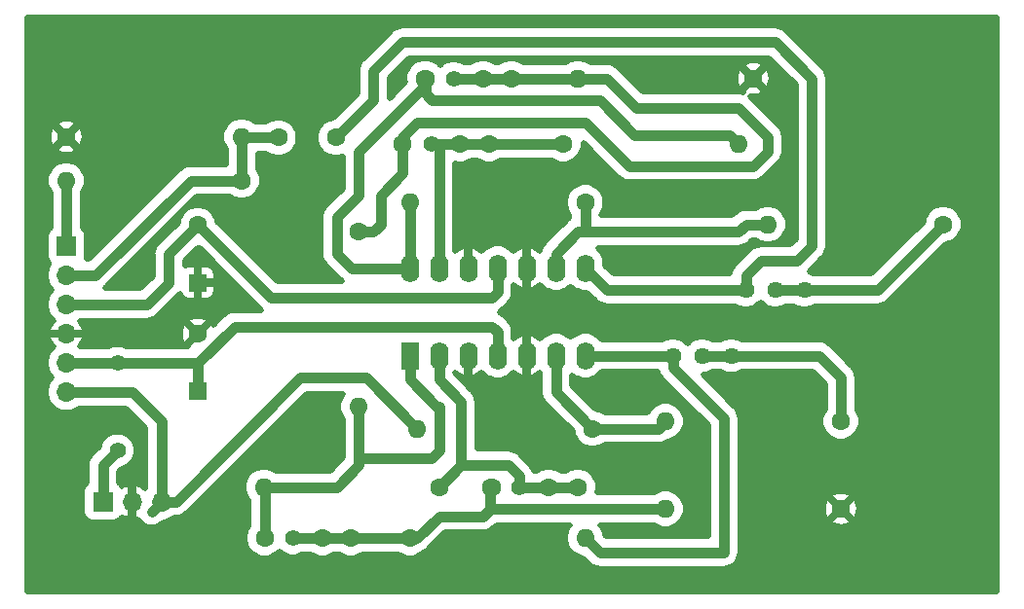
<source format=gbr>
G04 #@! TF.GenerationSoftware,KiCad,Pcbnew,(5.1.6)-1*
G04 #@! TF.CreationDate,2023-11-29T14:37:38+01:00*
G04 #@! TF.ProjectId,AetS_Spectrum_1way,41657453-5f53-4706-9563-7472756d5f31,rev?*
G04 #@! TF.SameCoordinates,Original*
G04 #@! TF.FileFunction,Copper,L2,Bot*
G04 #@! TF.FilePolarity,Positive*
%FSLAX46Y46*%
G04 Gerber Fmt 4.6, Leading zero omitted, Abs format (unit mm)*
G04 Created by KiCad (PCBNEW (5.1.6)-1) date 2023-11-29 14:37:38*
%MOMM*%
%LPD*%
G01*
G04 APERTURE LIST*
G04 #@! TA.AperFunction,ComponentPad*
%ADD10R,1.700000X1.700000*%
G04 #@! TD*
G04 #@! TA.AperFunction,ComponentPad*
%ADD11O,1.700000X1.700000*%
G04 #@! TD*
G04 #@! TA.AperFunction,ComponentPad*
%ADD12C,1.400000*%
G04 #@! TD*
G04 #@! TA.AperFunction,ComponentPad*
%ADD13C,1.600000*%
G04 #@! TD*
G04 #@! TA.AperFunction,ComponentPad*
%ADD14R,1.600000X1.600000*%
G04 #@! TD*
G04 #@! TA.AperFunction,ComponentPad*
%ADD15O,1.600000X1.600000*%
G04 #@! TD*
G04 #@! TA.AperFunction,ComponentPad*
%ADD16C,1.440000*%
G04 #@! TD*
G04 #@! TA.AperFunction,ComponentPad*
%ADD17R,1.600000X2.400000*%
G04 #@! TD*
G04 #@! TA.AperFunction,ComponentPad*
%ADD18O,1.600000X2.400000*%
G04 #@! TD*
G04 #@! TA.AperFunction,ViaPad*
%ADD19C,1.400000*%
G04 #@! TD*
G04 #@! TA.AperFunction,Conductor*
%ADD20C,0.900000*%
G04 #@! TD*
G04 #@! TA.AperFunction,Conductor*
%ADD21C,0.508000*%
G04 #@! TD*
G04 APERTURE END LIST*
D10*
X165100000Y-73660000D03*
D11*
X167640000Y-73660000D03*
X170180000Y-73660000D03*
D12*
X181610000Y-76835000D03*
X179110000Y-76835000D03*
D13*
X184150000Y-76835000D03*
X179150000Y-76835000D03*
X173355000Y-59055000D03*
D14*
X173355000Y-64055000D03*
D12*
X201255000Y-72390000D03*
X198755000Y-72390000D03*
D13*
X198835000Y-72390000D03*
X203835000Y-72390000D03*
D14*
X173355000Y-54610000D03*
D13*
X173355000Y-49610000D03*
D12*
X195580000Y-36830000D03*
X193080000Y-36830000D03*
D13*
X198120000Y-36830000D03*
X193120000Y-36830000D03*
D12*
X193635000Y-42545000D03*
X191135000Y-42545000D03*
D13*
X191135000Y-42545000D03*
X196135000Y-42545000D03*
X180340000Y-41990000D03*
X185340000Y-41990000D03*
X179150000Y-76835000D03*
X186650000Y-76835000D03*
X206375000Y-72390000D03*
X198875000Y-72390000D03*
X193080000Y-36830000D03*
X200580000Y-36830000D03*
X198635000Y-42545000D03*
X191135000Y-42545000D03*
D10*
X161925000Y-51435000D03*
D11*
X161925000Y-53975000D03*
X161925000Y-56515000D03*
X161925000Y-59055000D03*
X161925000Y-61595000D03*
X161925000Y-64135000D03*
D13*
X191770000Y-76835000D03*
D15*
X207010000Y-76835000D03*
D13*
X229235000Y-74295000D03*
D15*
X213995000Y-74295000D03*
D13*
X207645000Y-67310000D03*
D15*
X192405000Y-67310000D03*
X179070000Y-72390000D03*
D13*
X194310000Y-72390000D03*
D15*
X213995000Y-66675000D03*
D13*
X229235000Y-66675000D03*
D15*
X187325000Y-65405000D03*
D13*
X187325000Y-50165000D03*
D15*
X206375000Y-36830000D03*
D13*
X221615000Y-36830000D03*
X205105000Y-42545000D03*
D15*
X220345000Y-42545000D03*
D13*
X207010000Y-47625000D03*
D15*
X191770000Y-47625000D03*
X222885000Y-49530000D03*
D13*
X238125000Y-49530000D03*
D15*
X161925000Y-45720000D03*
D13*
X177165000Y-45720000D03*
X161925000Y-41910000D03*
D15*
X177165000Y-41910000D03*
D16*
X219710000Y-60960000D03*
X217170000Y-60960000D03*
X214630000Y-60960000D03*
X220980000Y-55245000D03*
X223520000Y-55245000D03*
X226060000Y-55245000D03*
D17*
X191770000Y-60960000D03*
D18*
X207010000Y-53340000D03*
X194310000Y-60960000D03*
X204470000Y-53340000D03*
X196850000Y-60960000D03*
X201930000Y-53340000D03*
X199390000Y-60960000D03*
X199390000Y-53340000D03*
X201930000Y-60960000D03*
X196850000Y-53340000D03*
X204470000Y-60960000D03*
X194310000Y-53340000D03*
X207010000Y-60960000D03*
X191770000Y-53340000D03*
D19*
X166370000Y-61595000D03*
X166370000Y-69215000D03*
D20*
X198755000Y-74295000D02*
X198755000Y-72390000D01*
X213995000Y-74295000D02*
X198755000Y-74295000D01*
X191770000Y-76835000D02*
X186650000Y-76835000D01*
X181610000Y-76835000D02*
X184150000Y-76835000D01*
X186650000Y-76835000D02*
X184150000Y-76835000D01*
X198120000Y-74930000D02*
X198755000Y-74295000D01*
X194310000Y-74930000D02*
X198120000Y-74930000D01*
X191770000Y-76835000D02*
X192405000Y-76835000D01*
X192405000Y-76835000D02*
X194310000Y-74930000D01*
X179150000Y-72470000D02*
X179070000Y-72390000D01*
X179150000Y-76835000D02*
X179150000Y-72470000D01*
X187325000Y-65405000D02*
X187325000Y-67945000D01*
X185420000Y-72390000D02*
X179070000Y-72390000D01*
X187325000Y-67945000D02*
X187325000Y-70485000D01*
X187325000Y-70485000D02*
X185420000Y-72390000D01*
X191770000Y-63060000D02*
X191770000Y-60960000D01*
X187325000Y-69850000D02*
X193675000Y-69850000D01*
X193675000Y-69850000D02*
X194310000Y-69215000D01*
X194310000Y-69215000D02*
X194310000Y-65405000D01*
X187325000Y-67945000D02*
X187325000Y-69850000D01*
X194310000Y-65405000D02*
X194115000Y-65405000D01*
X194115000Y-65405000D02*
X191770000Y-63060000D01*
X173275000Y-64135000D02*
X173355000Y-64055000D01*
X173355000Y-61595000D02*
X173355000Y-64055000D01*
X199390000Y-58860000D02*
X199390000Y-60960000D01*
X198950000Y-58420000D02*
X199390000Y-58860000D01*
X173355000Y-61595000D02*
X176530000Y-58420000D01*
X176530000Y-58420000D02*
X198950000Y-58420000D01*
X166370000Y-61595000D02*
X173355000Y-61595000D01*
X161925000Y-61595000D02*
X166370000Y-61595000D01*
X165100000Y-70485000D02*
X165100000Y-73660000D01*
X166370000Y-69215000D02*
X165100000Y-70485000D01*
X201255000Y-72390000D02*
X203835000Y-72390000D01*
X203835000Y-72390000D02*
X206375000Y-72390000D01*
X201255000Y-71400051D02*
X200339949Y-70485000D01*
X201255000Y-72390000D02*
X201255000Y-71400051D01*
X200339949Y-70485000D02*
X196215000Y-70485000D01*
X196215000Y-70485000D02*
X194310000Y-72390000D01*
X196215000Y-64965000D02*
X196215000Y-70485000D01*
X194310000Y-63060000D02*
X196215000Y-64965000D01*
X194310000Y-60960000D02*
X194310000Y-63060000D01*
X170815000Y-52150000D02*
X173355000Y-49610000D01*
X199390000Y-55440000D02*
X199390000Y-53340000D01*
X198950000Y-55880000D02*
X199390000Y-55440000D01*
X179705000Y-55880000D02*
X198950000Y-55880000D01*
X174234999Y-50409999D02*
X179705000Y-55880000D01*
X174154999Y-50409999D02*
X174234999Y-50409999D01*
X173355000Y-49610000D02*
X174154999Y-50409999D01*
X168910000Y-56515000D02*
X170815000Y-54610000D01*
X161925000Y-56515000D02*
X168910000Y-56515000D01*
X170815000Y-54610000D02*
X170815000Y-52150000D01*
X200660000Y-36750000D02*
X200580000Y-36830000D01*
X195580000Y-36830000D02*
X198120000Y-36830000D01*
X200580000Y-36830000D02*
X198120000Y-36830000D01*
X200580000Y-36830000D02*
X206375000Y-36830000D01*
X220345000Y-39370000D02*
X211455000Y-39370000D01*
X211455000Y-39370000D02*
X208915000Y-36830000D01*
X222885000Y-41910000D02*
X220345000Y-39370000D01*
X222885000Y-43180000D02*
X222885000Y-41910000D01*
X191135000Y-41910000D02*
X192405000Y-40640000D01*
X191135000Y-42545000D02*
X191135000Y-41910000D01*
X192405000Y-40640000D02*
X207010000Y-40640000D01*
X207010000Y-40640000D02*
X210820000Y-44450000D01*
X208915000Y-36830000D02*
X206375000Y-36830000D01*
X210820000Y-44450000D02*
X221615000Y-44450000D01*
X221615000Y-44450000D02*
X222885000Y-43180000D01*
X191135000Y-45085000D02*
X191135000Y-42545000D01*
X189230000Y-46990000D02*
X191135000Y-45085000D01*
X189230000Y-49530000D02*
X189230000Y-46990000D01*
X187325000Y-50165000D02*
X188595000Y-50165000D01*
X188595000Y-50165000D02*
X189230000Y-49530000D01*
X193635000Y-42545000D02*
X196135000Y-42545000D01*
X196135000Y-42545000D02*
X198635000Y-42545000D01*
X198635000Y-42545000D02*
X205105000Y-42545000D01*
X194310000Y-42545000D02*
X196135000Y-42545000D01*
X194310000Y-53340000D02*
X194310000Y-42545000D01*
X177165000Y-41910000D02*
X177165000Y-45720000D01*
X177245000Y-41990000D02*
X177165000Y-41910000D01*
X180340000Y-41990000D02*
X177245000Y-41990000D01*
X172720000Y-45720000D02*
X177165000Y-45720000D01*
X161925000Y-53975000D02*
X164465000Y-53975000D01*
X164465000Y-53975000D02*
X172720000Y-45720000D01*
X208915000Y-55245000D02*
X220980000Y-55245000D01*
X207010000Y-53340000D02*
X208915000Y-55245000D01*
X188595000Y-38735000D02*
X185340000Y-41990000D01*
X188595000Y-36195000D02*
X188595000Y-38735000D01*
X191135000Y-33655000D02*
X188595000Y-36195000D01*
X223520000Y-33655000D02*
X191135000Y-33655000D01*
X220980000Y-53975000D02*
X222250000Y-52705000D01*
X220980000Y-55245000D02*
X220980000Y-53975000D01*
X222250000Y-52705000D02*
X225425000Y-52705000D01*
X225425000Y-52705000D02*
X226695000Y-51435000D01*
X226695000Y-51435000D02*
X226695000Y-36830000D01*
X226695000Y-36830000D02*
X223520000Y-33655000D01*
X170180000Y-73660000D02*
X171450000Y-73660000D01*
X182245000Y-62865000D02*
X187960000Y-62865000D01*
X171450000Y-73660000D02*
X182245000Y-62865000D01*
X192405000Y-67310000D02*
X187960000Y-62865000D01*
X170180000Y-73660000D02*
X169330001Y-74509999D01*
X170180000Y-66675000D02*
X170180000Y-73660000D01*
X161925000Y-64135000D02*
X167640000Y-64135000D01*
X167640000Y-64135000D02*
X170180000Y-66675000D01*
X161925000Y-51435000D02*
X161925000Y-49685000D01*
X161925000Y-49685000D02*
X161925000Y-45720000D01*
X207010000Y-60960000D02*
X214630000Y-60960000D01*
X208280000Y-78105000D02*
X207010000Y-76835000D01*
X219075000Y-78105000D02*
X208280000Y-78105000D01*
X219075000Y-66423233D02*
X219075000Y-78105000D01*
X214630000Y-60960000D02*
X214630000Y-61978233D01*
X214630000Y-61978233D02*
X219075000Y-66423233D01*
X204470000Y-64135000D02*
X207645000Y-67310000D01*
X204470000Y-60960000D02*
X204470000Y-64135000D01*
X213360000Y-67310000D02*
X213995000Y-66675000D01*
X207645000Y-67310000D02*
X213360000Y-67310000D01*
X217170000Y-60960000D02*
X219710000Y-60960000D01*
X219710000Y-60960000D02*
X227330000Y-60960000D01*
X229235000Y-62865000D02*
X229235000Y-66675000D01*
X227330000Y-60960000D02*
X229235000Y-62865000D01*
X207010000Y-47625000D02*
X207010000Y-50165000D01*
X220980000Y-49530000D02*
X222885000Y-49530000D01*
X220345000Y-50165000D02*
X220980000Y-49530000D01*
X207010000Y-50165000D02*
X220345000Y-50165000D01*
X206375000Y-50165000D02*
X207010000Y-50165000D01*
X204470000Y-53340000D02*
X204470000Y-52070000D01*
X204470000Y-52070000D02*
X206375000Y-50165000D01*
X191770000Y-53340000D02*
X191770000Y-50800000D01*
X191770000Y-50800000D02*
X191770000Y-47625000D01*
X193120000Y-38180000D02*
X193120000Y-36830000D01*
X193675000Y-38735000D02*
X193120000Y-38180000D01*
X208280000Y-38735000D02*
X193675000Y-38735000D01*
X211290001Y-41745001D02*
X208280000Y-38735000D01*
X220345000Y-42545000D02*
X219545001Y-41745001D01*
X219545001Y-41745001D02*
X211290001Y-41745001D01*
X186690000Y-53340000D02*
X191770000Y-53340000D01*
X193120000Y-37385000D02*
X187325000Y-43180000D01*
X193120000Y-36830000D02*
X193120000Y-37385000D01*
X187325000Y-43180000D02*
X187325000Y-46990000D01*
X187325000Y-46990000D02*
X185420000Y-48895000D01*
X185420000Y-48895000D02*
X185420000Y-52070000D01*
X185420000Y-52070000D02*
X186690000Y-53340000D01*
X238125000Y-49530000D02*
X234315000Y-53340000D01*
X223520000Y-55245000D02*
X226060000Y-55245000D01*
X232410000Y-55245000D02*
X234315000Y-53340000D01*
X226060000Y-55245000D02*
X232410000Y-55245000D01*
D21*
G36*
X242786001Y-81496000D02*
G01*
X158534000Y-81496000D01*
X158534000Y-72810000D01*
X163291385Y-72810000D01*
X163291385Y-74510000D01*
X163309805Y-74697017D01*
X163364355Y-74876846D01*
X163452941Y-75042578D01*
X163572157Y-75187843D01*
X163717422Y-75307059D01*
X163883154Y-75395645D01*
X164062983Y-75450195D01*
X164250000Y-75468615D01*
X165950000Y-75468615D01*
X166137017Y-75450195D01*
X166316846Y-75395645D01*
X166482578Y-75307059D01*
X166627843Y-75187843D01*
X166747059Y-75042578D01*
X166763549Y-75011727D01*
X166771836Y-75018251D01*
X167053499Y-75161523D01*
X167293457Y-75234310D01*
X167544000Y-75078255D01*
X167544000Y-73756000D01*
X167524000Y-73756000D01*
X167524000Y-73564000D01*
X167544000Y-73564000D01*
X167544000Y-72241745D01*
X167293457Y-72085690D01*
X167053499Y-72158477D01*
X166771836Y-72301749D01*
X166763549Y-72308273D01*
X166747059Y-72277422D01*
X166627843Y-72132157D01*
X166504000Y-72030522D01*
X166504000Y-71066555D01*
X166743431Y-70827124D01*
X166852454Y-70805438D01*
X167153463Y-70680756D01*
X167424364Y-70499746D01*
X167654746Y-70269364D01*
X167835756Y-69998463D01*
X167960438Y-69697454D01*
X168024000Y-69377905D01*
X168024000Y-69052095D01*
X167960438Y-68732546D01*
X167835756Y-68431537D01*
X167654746Y-68160636D01*
X167424364Y-67930254D01*
X167153463Y-67749244D01*
X166852454Y-67624562D01*
X166532905Y-67561000D01*
X166207095Y-67561000D01*
X165887546Y-67624562D01*
X165586537Y-67749244D01*
X165315636Y-67930254D01*
X165085254Y-68160636D01*
X164904244Y-68431537D01*
X164779562Y-68732546D01*
X164757876Y-68841569D01*
X164155992Y-69443453D01*
X164102419Y-69487420D01*
X163926968Y-69701206D01*
X163796597Y-69945114D01*
X163716315Y-70209769D01*
X163696000Y-70416031D01*
X163696000Y-70416037D01*
X163689208Y-70485000D01*
X163696000Y-70553963D01*
X163696000Y-72030521D01*
X163572157Y-72132157D01*
X163452941Y-72277422D01*
X163364355Y-72443154D01*
X163309805Y-72622983D01*
X163291385Y-72810000D01*
X158534000Y-72810000D01*
X158534000Y-59089421D01*
X171785819Y-59089421D01*
X171822685Y-59394892D01*
X171918438Y-59687301D01*
X172031151Y-59898170D01*
X172314342Y-59959894D01*
X173219235Y-59055000D01*
X172314342Y-58150106D01*
X172031151Y-58211830D01*
X171892094Y-58486301D01*
X171809255Y-58782627D01*
X171785819Y-59089421D01*
X158534000Y-59089421D01*
X158534000Y-50585000D01*
X160116385Y-50585000D01*
X160116385Y-52285000D01*
X160134805Y-52472017D01*
X160189355Y-52651846D01*
X160277941Y-52817578D01*
X160397157Y-52962843D01*
X160419434Y-52981125D01*
X160326316Y-53120485D01*
X160190327Y-53448793D01*
X160121000Y-53797321D01*
X160121000Y-54152679D01*
X160190327Y-54501207D01*
X160326316Y-54829515D01*
X160523742Y-55124983D01*
X160643759Y-55245000D01*
X160523742Y-55365017D01*
X160326316Y-55660485D01*
X160190327Y-55988793D01*
X160121000Y-56337321D01*
X160121000Y-56692679D01*
X160190327Y-57041207D01*
X160326316Y-57369515D01*
X160523742Y-57664983D01*
X160775017Y-57916258D01*
X160782455Y-57921228D01*
X160762218Y-57938536D01*
X160566749Y-58186836D01*
X160423477Y-58468499D01*
X160350690Y-58708457D01*
X160506745Y-58959000D01*
X161829000Y-58959000D01*
X161829000Y-58939000D01*
X162021000Y-58939000D01*
X162021000Y-58959000D01*
X163343255Y-58959000D01*
X163499310Y-58708457D01*
X163426523Y-58468499D01*
X163283251Y-58186836D01*
X163147459Y-58014342D01*
X172450106Y-58014342D01*
X173355000Y-58919235D01*
X174259894Y-58014342D01*
X174198170Y-57731151D01*
X173923699Y-57592094D01*
X173627373Y-57509255D01*
X173320579Y-57485819D01*
X173015108Y-57522685D01*
X172722699Y-57618438D01*
X172511830Y-57731151D01*
X172450106Y-58014342D01*
X163147459Y-58014342D01*
X163087782Y-57938536D01*
X163067545Y-57921228D01*
X163070879Y-57919000D01*
X168841037Y-57919000D01*
X168910000Y-57925792D01*
X168978963Y-57919000D01*
X168978970Y-57919000D01*
X169185232Y-57898685D01*
X169449887Y-57818403D01*
X169693795Y-57688032D01*
X169907581Y-57512581D01*
X169951550Y-57459005D01*
X171759015Y-55651541D01*
X171812580Y-55607581D01*
X171817010Y-55602183D01*
X171847597Y-55703016D01*
X171918355Y-55835393D01*
X172013578Y-55951422D01*
X172129607Y-56046645D01*
X172261984Y-56117403D01*
X172405622Y-56160975D01*
X172555000Y-56175687D01*
X173068500Y-56172000D01*
X173259000Y-55981500D01*
X173259000Y-54706000D01*
X173451000Y-54706000D01*
X173451000Y-55981500D01*
X173641500Y-56172000D01*
X174155000Y-56175687D01*
X174304378Y-56160975D01*
X174448016Y-56117403D01*
X174580393Y-56046645D01*
X174696422Y-55951422D01*
X174791645Y-55835393D01*
X174862403Y-55703016D01*
X174905975Y-55559378D01*
X174920687Y-55410000D01*
X174917000Y-54896500D01*
X174726500Y-54706000D01*
X173451000Y-54706000D01*
X173259000Y-54706000D01*
X173239000Y-54706000D01*
X173239000Y-54514000D01*
X173259000Y-54514000D01*
X173259000Y-53238500D01*
X173451000Y-53238500D01*
X173451000Y-54514000D01*
X174726500Y-54514000D01*
X174917000Y-54323500D01*
X174920687Y-53810000D01*
X174905975Y-53660622D01*
X174862403Y-53516984D01*
X174791645Y-53384607D01*
X174696422Y-53268578D01*
X174580393Y-53173355D01*
X174448016Y-53102597D01*
X174304378Y-53059025D01*
X174155000Y-53044313D01*
X173641500Y-53048000D01*
X173451000Y-53238500D01*
X173259000Y-53238500D01*
X173068500Y-53048000D01*
X172555000Y-53044313D01*
X172405622Y-53059025D01*
X172261984Y-53102597D01*
X172219000Y-53125573D01*
X172219000Y-52731555D01*
X173369183Y-51581372D01*
X173371204Y-51583031D01*
X173481350Y-51641905D01*
X178663454Y-56824010D01*
X178707419Y-56877581D01*
X178876082Y-57016000D01*
X176598962Y-57016000D01*
X176529999Y-57009208D01*
X176461036Y-57016000D01*
X176461030Y-57016000D01*
X176283581Y-57033477D01*
X176254767Y-57036315D01*
X176199659Y-57053032D01*
X175990113Y-57116597D01*
X175746205Y-57246968D01*
X175532419Y-57422419D01*
X175488454Y-57475990D01*
X174704544Y-58259901D01*
X174678849Y-58211830D01*
X174395658Y-58150106D01*
X173490765Y-59055000D01*
X173504907Y-59069142D01*
X173369142Y-59204907D01*
X173355000Y-59190765D01*
X172450106Y-60095658D01*
X172470887Y-60191000D01*
X167245888Y-60191000D01*
X167153463Y-60129244D01*
X166852454Y-60004562D01*
X166532905Y-59941000D01*
X166207095Y-59941000D01*
X165887546Y-60004562D01*
X165586537Y-60129244D01*
X165494112Y-60191000D01*
X163070879Y-60191000D01*
X163067545Y-60188772D01*
X163087782Y-60171464D01*
X163283251Y-59923164D01*
X163426523Y-59641501D01*
X163499310Y-59401543D01*
X163343255Y-59151000D01*
X162021000Y-59151000D01*
X162021000Y-59171000D01*
X161829000Y-59171000D01*
X161829000Y-59151000D01*
X160506745Y-59151000D01*
X160350690Y-59401543D01*
X160423477Y-59641501D01*
X160566749Y-59923164D01*
X160762218Y-60171464D01*
X160782455Y-60188772D01*
X160775017Y-60193742D01*
X160523742Y-60445017D01*
X160326316Y-60740485D01*
X160190327Y-61068793D01*
X160121000Y-61417321D01*
X160121000Y-61772679D01*
X160190327Y-62121207D01*
X160326316Y-62449515D01*
X160523742Y-62744983D01*
X160643759Y-62865000D01*
X160523742Y-62985017D01*
X160326316Y-63280485D01*
X160190327Y-63608793D01*
X160121000Y-63957321D01*
X160121000Y-64312679D01*
X160190327Y-64661207D01*
X160326316Y-64989515D01*
X160523742Y-65284983D01*
X160775017Y-65536258D01*
X161070485Y-65733684D01*
X161398793Y-65869673D01*
X161747321Y-65939000D01*
X162102679Y-65939000D01*
X162451207Y-65869673D01*
X162779515Y-65733684D01*
X163070879Y-65539000D01*
X167058445Y-65539000D01*
X168776000Y-67256556D01*
X168776001Y-72514119D01*
X168773772Y-72517455D01*
X168756464Y-72497218D01*
X168508164Y-72301749D01*
X168226501Y-72158477D01*
X167986543Y-72085690D01*
X167736000Y-72241745D01*
X167736000Y-73564000D01*
X167756000Y-73564000D01*
X167756000Y-73756000D01*
X167736000Y-73756000D01*
X167736000Y-75078255D01*
X167986543Y-75234310D01*
X168105834Y-75198125D01*
X168156970Y-75293793D01*
X168332420Y-75507580D01*
X168546207Y-75683030D01*
X168790114Y-75813401D01*
X169054769Y-75893684D01*
X169330001Y-75920791D01*
X169605233Y-75893684D01*
X169869888Y-75813401D01*
X170113795Y-75683030D01*
X170274009Y-75551546D01*
X170362517Y-75463038D01*
X170706207Y-75394673D01*
X171034515Y-75258684D01*
X171325879Y-75064000D01*
X171381037Y-75064000D01*
X171450000Y-75070792D01*
X171518963Y-75064000D01*
X171518970Y-75064000D01*
X171725232Y-75043685D01*
X171989887Y-74963403D01*
X172233795Y-74833032D01*
X172447581Y-74657581D01*
X172491550Y-74604005D01*
X182826556Y-64269000D01*
X185980469Y-64269000D01*
X185962579Y-64286890D01*
X185770625Y-64574169D01*
X185638405Y-64893377D01*
X185571000Y-65232246D01*
X185571000Y-65577754D01*
X185638405Y-65916623D01*
X185770625Y-66235831D01*
X185921000Y-66460883D01*
X185921001Y-67876021D01*
X185921000Y-67876031D01*
X185921001Y-69781022D01*
X185914207Y-69850000D01*
X185919608Y-69904836D01*
X184838445Y-70986000D01*
X180125883Y-70986000D01*
X179900831Y-70835625D01*
X179581623Y-70703405D01*
X179242754Y-70636000D01*
X178897246Y-70636000D01*
X178558377Y-70703405D01*
X178239169Y-70835625D01*
X177951890Y-71027579D01*
X177707579Y-71271890D01*
X177515625Y-71559169D01*
X177383405Y-71878377D01*
X177316000Y-72217246D01*
X177316000Y-72562754D01*
X177383405Y-72901623D01*
X177515625Y-73220831D01*
X177707579Y-73508110D01*
X177746001Y-73546532D01*
X177746000Y-75779117D01*
X177595625Y-76004169D01*
X177463405Y-76323377D01*
X177396000Y-76662246D01*
X177396000Y-77007754D01*
X177463405Y-77346623D01*
X177595625Y-77665831D01*
X177787579Y-77953110D01*
X178031890Y-78197421D01*
X178319169Y-78389375D01*
X178638377Y-78521595D01*
X178977246Y-78589000D01*
X179322754Y-78589000D01*
X179661623Y-78521595D01*
X179980831Y-78389375D01*
X180268110Y-78197421D01*
X180450711Y-78014821D01*
X180555636Y-78119746D01*
X180826537Y-78300756D01*
X181127546Y-78425438D01*
X181447095Y-78489000D01*
X181772905Y-78489000D01*
X182092454Y-78425438D01*
X182393463Y-78300756D01*
X182485888Y-78239000D01*
X183094117Y-78239000D01*
X183319169Y-78389375D01*
X183638377Y-78521595D01*
X183977246Y-78589000D01*
X184322754Y-78589000D01*
X184661623Y-78521595D01*
X184980831Y-78389375D01*
X185205883Y-78239000D01*
X185594117Y-78239000D01*
X185819169Y-78389375D01*
X186138377Y-78521595D01*
X186477246Y-78589000D01*
X186822754Y-78589000D01*
X187161623Y-78521595D01*
X187480831Y-78389375D01*
X187705883Y-78239000D01*
X190714117Y-78239000D01*
X190939169Y-78389375D01*
X191258377Y-78521595D01*
X191597246Y-78589000D01*
X191942754Y-78589000D01*
X192281623Y-78521595D01*
X192600831Y-78389375D01*
X192888110Y-78197421D01*
X192949701Y-78135830D01*
X193188795Y-78008032D01*
X193402581Y-77832581D01*
X193446550Y-77779005D01*
X194891556Y-76334000D01*
X198051037Y-76334000D01*
X198120000Y-76340792D01*
X198188963Y-76334000D01*
X198188970Y-76334000D01*
X198395232Y-76313685D01*
X198659887Y-76233403D01*
X198903795Y-76103032D01*
X199117581Y-75927581D01*
X199161550Y-75874005D01*
X199336555Y-75699000D01*
X205665469Y-75699000D01*
X205647579Y-75716890D01*
X205455625Y-76004169D01*
X205323405Y-76323377D01*
X205256000Y-76662246D01*
X205256000Y-77007754D01*
X205323405Y-77346623D01*
X205455625Y-77665831D01*
X205647579Y-77953110D01*
X205891890Y-78197421D01*
X206179169Y-78389375D01*
X206498377Y-78521595D01*
X206763845Y-78574400D01*
X207238450Y-79049005D01*
X207282419Y-79102581D01*
X207496205Y-79278032D01*
X207740113Y-79408403D01*
X207924485Y-79464331D01*
X208004767Y-79488685D01*
X208033581Y-79491523D01*
X208211030Y-79509000D01*
X208211036Y-79509000D01*
X208279999Y-79515792D01*
X208348962Y-79509000D01*
X219006030Y-79509000D01*
X219075000Y-79515793D01*
X219143970Y-79509000D01*
X219350232Y-79488685D01*
X219614887Y-79408403D01*
X219858795Y-79278032D01*
X220072581Y-79102581D01*
X220248032Y-78888795D01*
X220378403Y-78644887D01*
X220458685Y-78380232D01*
X220485793Y-78105000D01*
X220479000Y-78036030D01*
X220479000Y-75335658D01*
X228330106Y-75335658D01*
X228391830Y-75618849D01*
X228666301Y-75757906D01*
X228962627Y-75840745D01*
X229269421Y-75864181D01*
X229574892Y-75827315D01*
X229867301Y-75731562D01*
X230078170Y-75618849D01*
X230139894Y-75335658D01*
X229235000Y-74430765D01*
X228330106Y-75335658D01*
X220479000Y-75335658D01*
X220479000Y-74329421D01*
X227665819Y-74329421D01*
X227702685Y-74634892D01*
X227798438Y-74927301D01*
X227911151Y-75138170D01*
X228194342Y-75199894D01*
X229099235Y-74295000D01*
X229370765Y-74295000D01*
X230275658Y-75199894D01*
X230558849Y-75138170D01*
X230697906Y-74863699D01*
X230780745Y-74567373D01*
X230804181Y-74260579D01*
X230767315Y-73955108D01*
X230671562Y-73662699D01*
X230558849Y-73451830D01*
X230275658Y-73390106D01*
X229370765Y-74295000D01*
X229099235Y-74295000D01*
X228194342Y-73390106D01*
X227911151Y-73451830D01*
X227772094Y-73726301D01*
X227689255Y-74022627D01*
X227665819Y-74329421D01*
X220479000Y-74329421D01*
X220479000Y-73254342D01*
X228330106Y-73254342D01*
X229235000Y-74159235D01*
X230139894Y-73254342D01*
X230078170Y-72971151D01*
X229803699Y-72832094D01*
X229507373Y-72749255D01*
X229200579Y-72725819D01*
X228895108Y-72762685D01*
X228602699Y-72858438D01*
X228391830Y-72971151D01*
X228330106Y-73254342D01*
X220479000Y-73254342D01*
X220479000Y-66492195D01*
X220485792Y-66423232D01*
X220479000Y-66354269D01*
X220479000Y-66354263D01*
X220458685Y-66148001D01*
X220454776Y-66135113D01*
X220434331Y-66067718D01*
X220378403Y-65883346D01*
X220248032Y-65639438D01*
X220072580Y-65425652D01*
X220019009Y-65381687D01*
X217271322Y-62634000D01*
X217334875Y-62634000D01*
X217658288Y-62569669D01*
X217962936Y-62443480D01*
X218081886Y-62364000D01*
X218798114Y-62364000D01*
X218917064Y-62443480D01*
X219221712Y-62569669D01*
X219545125Y-62634000D01*
X219874875Y-62634000D01*
X220198288Y-62569669D01*
X220502936Y-62443480D01*
X220621886Y-62364000D01*
X226748445Y-62364000D01*
X227831000Y-63446556D01*
X227831001Y-65619116D01*
X227680625Y-65844169D01*
X227548405Y-66163377D01*
X227481000Y-66502246D01*
X227481000Y-66847754D01*
X227548405Y-67186623D01*
X227680625Y-67505831D01*
X227872579Y-67793110D01*
X228116890Y-68037421D01*
X228404169Y-68229375D01*
X228723377Y-68361595D01*
X229062246Y-68429000D01*
X229407754Y-68429000D01*
X229746623Y-68361595D01*
X230065831Y-68229375D01*
X230353110Y-68037421D01*
X230597421Y-67793110D01*
X230789375Y-67505831D01*
X230921595Y-67186623D01*
X230989000Y-66847754D01*
X230989000Y-66502246D01*
X230921595Y-66163377D01*
X230789375Y-65844169D01*
X230639000Y-65619117D01*
X230639000Y-62933963D01*
X230645792Y-62865000D01*
X230639000Y-62796037D01*
X230639000Y-62796030D01*
X230618685Y-62589768D01*
X230601278Y-62532383D01*
X230574309Y-62443480D01*
X230538403Y-62325113D01*
X230408032Y-62081205D01*
X230323524Y-61978233D01*
X230276547Y-61920991D01*
X230276541Y-61920985D01*
X230232580Y-61867419D01*
X230179015Y-61823459D01*
X228371550Y-60015995D01*
X228327581Y-59962419D01*
X228113795Y-59786968D01*
X227869887Y-59656597D01*
X227605232Y-59576315D01*
X227398970Y-59556000D01*
X227398963Y-59556000D01*
X227330000Y-59549208D01*
X227261037Y-59556000D01*
X220621886Y-59556000D01*
X220502936Y-59476520D01*
X220198288Y-59350331D01*
X219874875Y-59286000D01*
X219545125Y-59286000D01*
X219221712Y-59350331D01*
X218917064Y-59476520D01*
X218798114Y-59556000D01*
X218081886Y-59556000D01*
X217962936Y-59476520D01*
X217658288Y-59350331D01*
X217334875Y-59286000D01*
X217005125Y-59286000D01*
X216681712Y-59350331D01*
X216377064Y-59476520D01*
X216102887Y-59659719D01*
X215900000Y-59862606D01*
X215697113Y-59659719D01*
X215422936Y-59476520D01*
X215118288Y-59350331D01*
X214794875Y-59286000D01*
X214465125Y-59286000D01*
X214141712Y-59350331D01*
X213837064Y-59476520D01*
X213718114Y-59556000D01*
X208455089Y-59556000D01*
X208256266Y-59313734D01*
X207989184Y-59094546D01*
X207684473Y-58931675D01*
X207353843Y-58831380D01*
X207010000Y-58797514D01*
X206666156Y-58831380D01*
X206335526Y-58931675D01*
X206030815Y-59094546D01*
X205763734Y-59313734D01*
X205740000Y-59342654D01*
X205716266Y-59313734D01*
X205449184Y-59094546D01*
X205144473Y-58931675D01*
X204813843Y-58831380D01*
X204470000Y-58797514D01*
X204126156Y-58831380D01*
X203795526Y-58931675D01*
X203490815Y-59094546D01*
X203223734Y-59313734D01*
X203070941Y-59499913D01*
X202966619Y-59387617D01*
X202717980Y-59207910D01*
X202439060Y-59080163D01*
X202268707Y-59035165D01*
X202026000Y-59191864D01*
X202026000Y-60864000D01*
X202046000Y-60864000D01*
X202046000Y-61056000D01*
X202026000Y-61056000D01*
X202026000Y-62728136D01*
X202268707Y-62884835D01*
X202439060Y-62839837D01*
X202717980Y-62712090D01*
X202966619Y-62532383D01*
X203066000Y-62425406D01*
X203066001Y-64066027D01*
X203059208Y-64135000D01*
X203086315Y-64410232D01*
X203142330Y-64594887D01*
X203166598Y-64674887D01*
X203296969Y-64918795D01*
X203472420Y-65132581D01*
X203525990Y-65176545D01*
X205905601Y-67556156D01*
X205958405Y-67821623D01*
X206090625Y-68140831D01*
X206282579Y-68428110D01*
X206526890Y-68672421D01*
X206814169Y-68864375D01*
X207133377Y-68996595D01*
X207472246Y-69064000D01*
X207817754Y-69064000D01*
X208156623Y-68996595D01*
X208475831Y-68864375D01*
X208700883Y-68714000D01*
X213291037Y-68714000D01*
X213360000Y-68720792D01*
X213428963Y-68714000D01*
X213428970Y-68714000D01*
X213635232Y-68693685D01*
X213899887Y-68613403D01*
X214143795Y-68483032D01*
X214223030Y-68418005D01*
X214506623Y-68361595D01*
X214825831Y-68229375D01*
X215113110Y-68037421D01*
X215357421Y-67793110D01*
X215549375Y-67505831D01*
X215681595Y-67186623D01*
X215749000Y-66847754D01*
X215749000Y-66502246D01*
X215681595Y-66163377D01*
X215549375Y-65844169D01*
X215357421Y-65556890D01*
X215113110Y-65312579D01*
X214825831Y-65120625D01*
X214506623Y-64988405D01*
X214167754Y-64921000D01*
X213822246Y-64921000D01*
X213483377Y-64988405D01*
X213164169Y-65120625D01*
X212876890Y-65312579D01*
X212632579Y-65556890D01*
X212440625Y-65844169D01*
X212415014Y-65906000D01*
X208700883Y-65906000D01*
X208475831Y-65755625D01*
X208156623Y-65623405D01*
X207891156Y-65570601D01*
X205874000Y-63553445D01*
X205874000Y-62696758D01*
X206030816Y-62825454D01*
X206335527Y-62988325D01*
X206666157Y-63088620D01*
X207010000Y-63122486D01*
X207353844Y-63088620D01*
X207684474Y-62988325D01*
X207989185Y-62825454D01*
X208256266Y-62606266D01*
X208455089Y-62364000D01*
X213279845Y-62364000D01*
X213326597Y-62518120D01*
X213456968Y-62762028D01*
X213632420Y-62975814D01*
X213685991Y-63019779D01*
X217671000Y-67004788D01*
X217671001Y-76701000D01*
X208861555Y-76701000D01*
X208749400Y-76588845D01*
X208696595Y-76323377D01*
X208564375Y-76004169D01*
X208372421Y-75716890D01*
X208354531Y-75699000D01*
X212939117Y-75699000D01*
X213164169Y-75849375D01*
X213483377Y-75981595D01*
X213822246Y-76049000D01*
X214167754Y-76049000D01*
X214506623Y-75981595D01*
X214825831Y-75849375D01*
X215113110Y-75657421D01*
X215357421Y-75413110D01*
X215549375Y-75125831D01*
X215681595Y-74806623D01*
X215749000Y-74467754D01*
X215749000Y-74122246D01*
X215681595Y-73783377D01*
X215549375Y-73464169D01*
X215357421Y-73176890D01*
X215113110Y-72932579D01*
X214825831Y-72740625D01*
X214506623Y-72608405D01*
X214167754Y-72541000D01*
X213822246Y-72541000D01*
X213483377Y-72608405D01*
X213164169Y-72740625D01*
X212939117Y-72891000D01*
X208063708Y-72891000D01*
X208129000Y-72562754D01*
X208129000Y-72217246D01*
X208061595Y-71878377D01*
X207929375Y-71559169D01*
X207737421Y-71271890D01*
X207493110Y-71027579D01*
X207205831Y-70835625D01*
X206886623Y-70703405D01*
X206547754Y-70636000D01*
X206202246Y-70636000D01*
X205863377Y-70703405D01*
X205544169Y-70835625D01*
X205319117Y-70986000D01*
X204890883Y-70986000D01*
X204665831Y-70835625D01*
X204346623Y-70703405D01*
X204007754Y-70636000D01*
X203662246Y-70636000D01*
X203323377Y-70703405D01*
X203004169Y-70835625D01*
X202779117Y-70986000D01*
X202596575Y-70986000D01*
X202594514Y-70979207D01*
X202558403Y-70860163D01*
X202492036Y-70736000D01*
X202428032Y-70616256D01*
X202252581Y-70402470D01*
X202199005Y-70358501D01*
X201381499Y-69540995D01*
X201337530Y-69487419D01*
X201123744Y-69311968D01*
X200879836Y-69181597D01*
X200615181Y-69101315D01*
X200408919Y-69081000D01*
X200408912Y-69081000D01*
X200339949Y-69074208D01*
X200270986Y-69081000D01*
X197619000Y-69081000D01*
X197619000Y-65033963D01*
X197625792Y-64965000D01*
X197619000Y-64896037D01*
X197619000Y-64896030D01*
X197598685Y-64689768D01*
X197518403Y-64425113D01*
X197388032Y-64181205D01*
X197322401Y-64101235D01*
X197256547Y-64020991D01*
X197256541Y-64020985D01*
X197212580Y-63967419D01*
X197159015Y-63923459D01*
X195714000Y-62478445D01*
X195714000Y-62425406D01*
X195813381Y-62532383D01*
X196062020Y-62712090D01*
X196340940Y-62839837D01*
X196511293Y-62884835D01*
X196754000Y-62728136D01*
X196754000Y-61056000D01*
X196734000Y-61056000D01*
X196734000Y-60864000D01*
X196754000Y-60864000D01*
X196754000Y-60844000D01*
X196946000Y-60844000D01*
X196946000Y-60864000D01*
X196966000Y-60864000D01*
X196966000Y-61056000D01*
X196946000Y-61056000D01*
X196946000Y-62728136D01*
X197188707Y-62884835D01*
X197359060Y-62839837D01*
X197637980Y-62712090D01*
X197886619Y-62532383D01*
X197990941Y-62420087D01*
X198143735Y-62606266D01*
X198410816Y-62825454D01*
X198715527Y-62988325D01*
X199046157Y-63088620D01*
X199390000Y-63122486D01*
X199733844Y-63088620D01*
X200064474Y-62988325D01*
X200369185Y-62825454D01*
X200636266Y-62606266D01*
X200789059Y-62420087D01*
X200893381Y-62532383D01*
X201142020Y-62712090D01*
X201420940Y-62839837D01*
X201591293Y-62884835D01*
X201834000Y-62728136D01*
X201834000Y-61056000D01*
X201814000Y-61056000D01*
X201814000Y-60864000D01*
X201834000Y-60864000D01*
X201834000Y-59191864D01*
X201591293Y-59035165D01*
X201420940Y-59080163D01*
X201142020Y-59207910D01*
X200893381Y-59387617D01*
X200794000Y-59494594D01*
X200794000Y-58928963D01*
X200800792Y-58860000D01*
X200794000Y-58791037D01*
X200794000Y-58791030D01*
X200773685Y-58584768D01*
X200693403Y-58320113D01*
X200563032Y-58076205D01*
X200439590Y-57925792D01*
X200431547Y-57915992D01*
X200431546Y-57915991D01*
X200387580Y-57862419D01*
X200334009Y-57818454D01*
X199991550Y-57475995D01*
X199947581Y-57422419D01*
X199733795Y-57246968D01*
X199552380Y-57150000D01*
X199733795Y-57053032D01*
X199947581Y-56877581D01*
X199991550Y-56824005D01*
X200334009Y-56481546D01*
X200387580Y-56437581D01*
X200563032Y-56223795D01*
X200693403Y-55979887D01*
X200768208Y-55733288D01*
X200773685Y-55715233D01*
X200779077Y-55660485D01*
X200794000Y-55508970D01*
X200794000Y-55508963D01*
X200800792Y-55440000D01*
X200794000Y-55371037D01*
X200794000Y-54805406D01*
X200893381Y-54912383D01*
X201142020Y-55092090D01*
X201420940Y-55219837D01*
X201591293Y-55264835D01*
X201834000Y-55108136D01*
X201834000Y-53436000D01*
X201814000Y-53436000D01*
X201814000Y-53244000D01*
X201834000Y-53244000D01*
X201834000Y-51571864D01*
X201591293Y-51415165D01*
X201420940Y-51460163D01*
X201142020Y-51587910D01*
X200893381Y-51767617D01*
X200789059Y-51879913D01*
X200636266Y-51693734D01*
X200369184Y-51474546D01*
X200064473Y-51311675D01*
X199733843Y-51211380D01*
X199390000Y-51177514D01*
X199046156Y-51211380D01*
X198715526Y-51311675D01*
X198410815Y-51474546D01*
X198143734Y-51693734D01*
X197990941Y-51879913D01*
X197886619Y-51767617D01*
X197637980Y-51587910D01*
X197359060Y-51460163D01*
X197188707Y-51415165D01*
X196946000Y-51571864D01*
X196946000Y-53244000D01*
X196966000Y-53244000D01*
X196966000Y-53436000D01*
X196946000Y-53436000D01*
X196946000Y-53456000D01*
X196754000Y-53456000D01*
X196754000Y-53436000D01*
X196734000Y-53436000D01*
X196734000Y-53244000D01*
X196754000Y-53244000D01*
X196754000Y-51571864D01*
X196511293Y-51415165D01*
X196340940Y-51460163D01*
X196062020Y-51587910D01*
X195813381Y-51767617D01*
X195714000Y-51874594D01*
X195714000Y-44249621D01*
X195962246Y-44299000D01*
X196307754Y-44299000D01*
X196646623Y-44231595D01*
X196965831Y-44099375D01*
X197190883Y-43949000D01*
X197579117Y-43949000D01*
X197804169Y-44099375D01*
X198123377Y-44231595D01*
X198462246Y-44299000D01*
X198807754Y-44299000D01*
X199146623Y-44231595D01*
X199465831Y-44099375D01*
X199690883Y-43949000D01*
X204049117Y-43949000D01*
X204274169Y-44099375D01*
X204593377Y-44231595D01*
X204932246Y-44299000D01*
X205277754Y-44299000D01*
X205616623Y-44231595D01*
X205935831Y-44099375D01*
X206223110Y-43907421D01*
X206467421Y-43663110D01*
X206659375Y-43375831D01*
X206791595Y-43056623D01*
X206859000Y-42717754D01*
X206859000Y-42474555D01*
X209778454Y-45394010D01*
X209822419Y-45447581D01*
X210036205Y-45623032D01*
X210195153Y-45707991D01*
X210280112Y-45753403D01*
X210544768Y-45833685D01*
X210751030Y-45854000D01*
X210751037Y-45854000D01*
X210820000Y-45860792D01*
X210888963Y-45854000D01*
X221546037Y-45854000D01*
X221615000Y-45860792D01*
X221683963Y-45854000D01*
X221683970Y-45854000D01*
X221890232Y-45833685D01*
X222154887Y-45753403D01*
X222398795Y-45623032D01*
X222612581Y-45447581D01*
X222656550Y-45394005D01*
X223829009Y-44221546D01*
X223882580Y-44177581D01*
X224058032Y-43963795D01*
X224188403Y-43719887D01*
X224253287Y-43505992D01*
X224268685Y-43455233D01*
X224276505Y-43375831D01*
X224289000Y-43248970D01*
X224289000Y-43248964D01*
X224295792Y-43180001D01*
X224289000Y-43111038D01*
X224289000Y-41978962D01*
X224295792Y-41909999D01*
X224289000Y-41841036D01*
X224289000Y-41841030D01*
X224268685Y-41634768D01*
X224253288Y-41584009D01*
X224218633Y-41469768D01*
X224188403Y-41370113D01*
X224058032Y-41126205D01*
X223882581Y-40912419D01*
X223829009Y-40868453D01*
X221386550Y-38425995D01*
X221345490Y-38375964D01*
X221649421Y-38399181D01*
X221954892Y-38362315D01*
X222247301Y-38266562D01*
X222458170Y-38153849D01*
X222519894Y-37870658D01*
X221615000Y-36965765D01*
X220710106Y-37870658D01*
X220743462Y-38023696D01*
X220620232Y-37986315D01*
X220413970Y-37966000D01*
X220413963Y-37966000D01*
X220345000Y-37959208D01*
X220276037Y-37966000D01*
X212036556Y-37966000D01*
X210934977Y-36864421D01*
X220045819Y-36864421D01*
X220082685Y-37169892D01*
X220178438Y-37462301D01*
X220291151Y-37673170D01*
X220574342Y-37734894D01*
X221479235Y-36830000D01*
X221750765Y-36830000D01*
X222655658Y-37734894D01*
X222938849Y-37673170D01*
X223077906Y-37398699D01*
X223160745Y-37102373D01*
X223184181Y-36795579D01*
X223147315Y-36490108D01*
X223051562Y-36197699D01*
X222938849Y-35986830D01*
X222655658Y-35925106D01*
X221750765Y-36830000D01*
X221479235Y-36830000D01*
X220574342Y-35925106D01*
X220291151Y-35986830D01*
X220152094Y-36261301D01*
X220069255Y-36557627D01*
X220045819Y-36864421D01*
X210934977Y-36864421D01*
X209956550Y-35885995D01*
X209912581Y-35832419D01*
X209860092Y-35789342D01*
X220710106Y-35789342D01*
X221615000Y-36694235D01*
X222519894Y-35789342D01*
X222458170Y-35506151D01*
X222183699Y-35367094D01*
X221887373Y-35284255D01*
X221580579Y-35260819D01*
X221275108Y-35297685D01*
X220982699Y-35393438D01*
X220771830Y-35506151D01*
X220710106Y-35789342D01*
X209860092Y-35789342D01*
X209698795Y-35656968D01*
X209454887Y-35526597D01*
X209190232Y-35446315D01*
X208983970Y-35426000D01*
X208983963Y-35426000D01*
X208915000Y-35419208D01*
X208846037Y-35426000D01*
X207430883Y-35426000D01*
X207205831Y-35275625D01*
X206886623Y-35143405D01*
X206547754Y-35076000D01*
X206202246Y-35076000D01*
X205863377Y-35143405D01*
X205544169Y-35275625D01*
X205319117Y-35426000D01*
X201635883Y-35426000D01*
X201410831Y-35275625D01*
X201091623Y-35143405D01*
X200752754Y-35076000D01*
X200407246Y-35076000D01*
X200068377Y-35143405D01*
X199749169Y-35275625D01*
X199524117Y-35426000D01*
X199175883Y-35426000D01*
X198950831Y-35275625D01*
X198631623Y-35143405D01*
X198292754Y-35076000D01*
X197947246Y-35076000D01*
X197608377Y-35143405D01*
X197289169Y-35275625D01*
X197064117Y-35426000D01*
X196455888Y-35426000D01*
X196363463Y-35364244D01*
X196062454Y-35239562D01*
X195742905Y-35176000D01*
X195417095Y-35176000D01*
X195097546Y-35239562D01*
X194796537Y-35364244D01*
X194525636Y-35545254D01*
X194420711Y-35650180D01*
X194238110Y-35467579D01*
X193950831Y-35275625D01*
X193631623Y-35143405D01*
X193292754Y-35076000D01*
X192907246Y-35076000D01*
X192568377Y-35143405D01*
X192249169Y-35275625D01*
X191961890Y-35467579D01*
X191717579Y-35711890D01*
X191525625Y-35999169D01*
X191393405Y-36318377D01*
X191326000Y-36657246D01*
X191326000Y-37002754D01*
X191357637Y-37161807D01*
X189999000Y-38520444D01*
X189999000Y-36776555D01*
X191716556Y-35059000D01*
X222938445Y-35059000D01*
X225291001Y-37411557D01*
X225291000Y-50853445D01*
X224843445Y-51301000D01*
X222318962Y-51301000D01*
X222249999Y-51294208D01*
X222181036Y-51301000D01*
X222181030Y-51301000D01*
X222003581Y-51318477D01*
X221974767Y-51321315D01*
X221919659Y-51338032D01*
X221710113Y-51401597D01*
X221466205Y-51531968D01*
X221252419Y-51707419D01*
X221208450Y-51760995D01*
X220035991Y-52933454D01*
X219982420Y-52977419D01*
X219938455Y-53030990D01*
X219938453Y-53030992D01*
X219893018Y-53086354D01*
X219806969Y-53191205D01*
X219676597Y-53435113D01*
X219596315Y-53699768D01*
X219582405Y-53841000D01*
X209496556Y-53841000D01*
X208764000Y-53108445D01*
X208764000Y-52853841D01*
X208738620Y-52596156D01*
X208638325Y-52265526D01*
X208475454Y-51960815D01*
X208256266Y-51693734D01*
X208104277Y-51569000D01*
X220276037Y-51569000D01*
X220345000Y-51575792D01*
X220413963Y-51569000D01*
X220413970Y-51569000D01*
X220620232Y-51548685D01*
X220884887Y-51468403D01*
X221128795Y-51338032D01*
X221342581Y-51162581D01*
X221386550Y-51109005D01*
X221561555Y-50934000D01*
X221829117Y-50934000D01*
X222054169Y-51084375D01*
X222373377Y-51216595D01*
X222712246Y-51284000D01*
X223057754Y-51284000D01*
X223396623Y-51216595D01*
X223715831Y-51084375D01*
X224003110Y-50892421D01*
X224247421Y-50648110D01*
X224439375Y-50360831D01*
X224571595Y-50041623D01*
X224639000Y-49702754D01*
X224639000Y-49357246D01*
X224571595Y-49018377D01*
X224439375Y-48699169D01*
X224247421Y-48411890D01*
X224003110Y-48167579D01*
X223715831Y-47975625D01*
X223396623Y-47843405D01*
X223057754Y-47776000D01*
X222712246Y-47776000D01*
X222373377Y-47843405D01*
X222054169Y-47975625D01*
X221829117Y-48126000D01*
X221048963Y-48126000D01*
X220980000Y-48119208D01*
X220911037Y-48126000D01*
X220911030Y-48126000D01*
X220704768Y-48146315D01*
X220440112Y-48226597D01*
X220400858Y-48247579D01*
X220196205Y-48356968D01*
X219982419Y-48532419D01*
X219938450Y-48585995D01*
X219763445Y-48761000D01*
X208414000Y-48761000D01*
X208414000Y-48680883D01*
X208564375Y-48455831D01*
X208696595Y-48136623D01*
X208764000Y-47797754D01*
X208764000Y-47452246D01*
X208696595Y-47113377D01*
X208564375Y-46794169D01*
X208372421Y-46506890D01*
X208128110Y-46262579D01*
X207840831Y-46070625D01*
X207521623Y-45938405D01*
X207182754Y-45871000D01*
X206837246Y-45871000D01*
X206498377Y-45938405D01*
X206179169Y-46070625D01*
X205891890Y-46262579D01*
X205647579Y-46506890D01*
X205455625Y-46794169D01*
X205323405Y-47113377D01*
X205256000Y-47452246D01*
X205256000Y-47797754D01*
X205323405Y-48136623D01*
X205455625Y-48455831D01*
X205606000Y-48680883D01*
X205606001Y-48984060D01*
X205591205Y-48991968D01*
X205377419Y-49167419D01*
X205333454Y-49220990D01*
X203525992Y-51028453D01*
X203472420Y-51072419D01*
X203296969Y-51286205D01*
X203166597Y-51530113D01*
X203086315Y-51794768D01*
X203078882Y-51870237D01*
X203070941Y-51879913D01*
X202966619Y-51767617D01*
X202717980Y-51587910D01*
X202439060Y-51460163D01*
X202268707Y-51415165D01*
X202026000Y-51571864D01*
X202026000Y-53244000D01*
X202046000Y-53244000D01*
X202046000Y-53436000D01*
X202026000Y-53436000D01*
X202026000Y-55108136D01*
X202268707Y-55264835D01*
X202439060Y-55219837D01*
X202717980Y-55092090D01*
X202966619Y-54912383D01*
X203070941Y-54800087D01*
X203223735Y-54986266D01*
X203490816Y-55205454D01*
X203795527Y-55368325D01*
X204126157Y-55468620D01*
X204470000Y-55502486D01*
X204813844Y-55468620D01*
X205144474Y-55368325D01*
X205449185Y-55205454D01*
X205716266Y-54986266D01*
X205740000Y-54957346D01*
X205763735Y-54986266D01*
X206030816Y-55205454D01*
X206335527Y-55368325D01*
X206666157Y-55468620D01*
X207010000Y-55502486D01*
X207171067Y-55486622D01*
X207873454Y-56189010D01*
X207917419Y-56242581D01*
X208131205Y-56418032D01*
X208375113Y-56548403D01*
X208559485Y-56604331D01*
X208639767Y-56628685D01*
X208665851Y-56631254D01*
X208846030Y-56649000D01*
X208846037Y-56649000D01*
X208915000Y-56655792D01*
X208983963Y-56649000D01*
X220068114Y-56649000D01*
X220187064Y-56728480D01*
X220491712Y-56854669D01*
X220815125Y-56919000D01*
X221144875Y-56919000D01*
X221468288Y-56854669D01*
X221772936Y-56728480D01*
X222047113Y-56545281D01*
X222250000Y-56342394D01*
X222452887Y-56545281D01*
X222727064Y-56728480D01*
X223031712Y-56854669D01*
X223355125Y-56919000D01*
X223684875Y-56919000D01*
X224008288Y-56854669D01*
X224312936Y-56728480D01*
X224431886Y-56649000D01*
X225148114Y-56649000D01*
X225267064Y-56728480D01*
X225571712Y-56854669D01*
X225895125Y-56919000D01*
X226224875Y-56919000D01*
X226548288Y-56854669D01*
X226852936Y-56728480D01*
X226971886Y-56649000D01*
X232341037Y-56649000D01*
X232410000Y-56655792D01*
X232478963Y-56649000D01*
X232478970Y-56649000D01*
X232685232Y-56628685D01*
X232949887Y-56548403D01*
X233193795Y-56418032D01*
X233407581Y-56242581D01*
X233451550Y-56189005D01*
X235356547Y-54284009D01*
X235356551Y-54284004D01*
X238371156Y-51269399D01*
X238636623Y-51216595D01*
X238955831Y-51084375D01*
X239243110Y-50892421D01*
X239487421Y-50648110D01*
X239679375Y-50360831D01*
X239811595Y-50041623D01*
X239879000Y-49702754D01*
X239879000Y-49357246D01*
X239811595Y-49018377D01*
X239679375Y-48699169D01*
X239487421Y-48411890D01*
X239243110Y-48167579D01*
X238955831Y-47975625D01*
X238636623Y-47843405D01*
X238297754Y-47776000D01*
X237952246Y-47776000D01*
X237613377Y-47843405D01*
X237294169Y-47975625D01*
X237006890Y-48167579D01*
X236762579Y-48411890D01*
X236570625Y-48699169D01*
X236438405Y-49018377D01*
X236385601Y-49283844D01*
X233370996Y-52298449D01*
X233370991Y-52298453D01*
X231828445Y-53841000D01*
X226971886Y-53841000D01*
X226852936Y-53761520D01*
X226548288Y-53635331D01*
X226491517Y-53624038D01*
X227639009Y-52476546D01*
X227692580Y-52432581D01*
X227868032Y-52218795D01*
X227998403Y-51974887D01*
X228054331Y-51790515D01*
X228078685Y-51710233D01*
X228088546Y-51610113D01*
X228099000Y-51503970D01*
X228099000Y-51503964D01*
X228105792Y-51435001D01*
X228099000Y-51366038D01*
X228099000Y-36898962D01*
X228105792Y-36829999D01*
X228099000Y-36761036D01*
X228099000Y-36761030D01*
X228078685Y-36554768D01*
X227998403Y-36290113D01*
X227868032Y-36046205D01*
X227692581Y-35832419D01*
X227639009Y-35788453D01*
X224561550Y-32710995D01*
X224517581Y-32657419D01*
X224303795Y-32481968D01*
X224059887Y-32351597D01*
X223795232Y-32271315D01*
X223588970Y-32251000D01*
X223588963Y-32251000D01*
X223520000Y-32244208D01*
X223451037Y-32251000D01*
X191203962Y-32251000D01*
X191134999Y-32244208D01*
X191066036Y-32251000D01*
X191066030Y-32251000D01*
X190888581Y-32268477D01*
X190859767Y-32271315D01*
X190779485Y-32295669D01*
X190595113Y-32351597D01*
X190351205Y-32481968D01*
X190137419Y-32657419D01*
X190093454Y-32710990D01*
X187650991Y-35153454D01*
X187597419Y-35197420D01*
X187421968Y-35411206D01*
X187291597Y-35655114D01*
X187211315Y-35919769D01*
X187191000Y-36126031D01*
X187191000Y-36126037D01*
X187184208Y-36195000D01*
X187191000Y-36263963D01*
X187191001Y-38153444D01*
X185093845Y-40250600D01*
X184828377Y-40303405D01*
X184509169Y-40435625D01*
X184221890Y-40627579D01*
X183977579Y-40871890D01*
X183785625Y-41159169D01*
X183653405Y-41478377D01*
X183586000Y-41817246D01*
X183586000Y-42162754D01*
X183653405Y-42501623D01*
X183785625Y-42820831D01*
X183977579Y-43108110D01*
X184221890Y-43352421D01*
X184509169Y-43544375D01*
X184828377Y-43676595D01*
X185167246Y-43744000D01*
X185512754Y-43744000D01*
X185851623Y-43676595D01*
X185921000Y-43647858D01*
X185921001Y-46408443D01*
X184475991Y-47853454D01*
X184422419Y-47897420D01*
X184246968Y-48111206D01*
X184116597Y-48355114D01*
X184091767Y-48436969D01*
X184038545Y-48612419D01*
X184036315Y-48619769D01*
X184016000Y-48826031D01*
X184016000Y-48826037D01*
X184009208Y-48895000D01*
X184016000Y-48963963D01*
X184016001Y-52001027D01*
X184009208Y-52070000D01*
X184036315Y-52345232D01*
X184110964Y-52591315D01*
X184116598Y-52609887D01*
X184246969Y-52853795D01*
X184422420Y-53067581D01*
X184475991Y-53111546D01*
X185648450Y-54284005D01*
X185692419Y-54337581D01*
X185861082Y-54476000D01*
X180286556Y-54476000D01*
X175276549Y-49465994D01*
X175232580Y-49412418D01*
X175078989Y-49286368D01*
X175041595Y-49098377D01*
X174909375Y-48779169D01*
X174717421Y-48491890D01*
X174473110Y-48247579D01*
X174185831Y-48055625D01*
X173866623Y-47923405D01*
X173527754Y-47856000D01*
X173182246Y-47856000D01*
X172843377Y-47923405D01*
X172524169Y-48055625D01*
X172236890Y-48247579D01*
X171992579Y-48491890D01*
X171800625Y-48779169D01*
X171668405Y-49098377D01*
X171615601Y-49363844D01*
X169870990Y-51108455D01*
X169817420Y-51152419D01*
X169773455Y-51205990D01*
X169773453Y-51205992D01*
X169728018Y-51261354D01*
X169641969Y-51366205D01*
X169529943Y-51575792D01*
X169511598Y-51610113D01*
X169431315Y-51874768D01*
X169404208Y-52150000D01*
X169411001Y-52218972D01*
X169411000Y-54028444D01*
X168328445Y-55111000D01*
X165293918Y-55111000D01*
X165462581Y-54972581D01*
X165506550Y-54919005D01*
X173301556Y-47124000D01*
X176109117Y-47124000D01*
X176334169Y-47274375D01*
X176653377Y-47406595D01*
X176992246Y-47474000D01*
X177337754Y-47474000D01*
X177676623Y-47406595D01*
X177995831Y-47274375D01*
X178283110Y-47082421D01*
X178527421Y-46838110D01*
X178719375Y-46550831D01*
X178851595Y-46231623D01*
X178919000Y-45892754D01*
X178919000Y-45547246D01*
X178851595Y-45208377D01*
X178719375Y-44889169D01*
X178569000Y-44664117D01*
X178569000Y-43394000D01*
X179284117Y-43394000D01*
X179509169Y-43544375D01*
X179828377Y-43676595D01*
X180167246Y-43744000D01*
X180512754Y-43744000D01*
X180851623Y-43676595D01*
X181170831Y-43544375D01*
X181458110Y-43352421D01*
X181702421Y-43108110D01*
X181894375Y-42820831D01*
X182026595Y-42501623D01*
X182094000Y-42162754D01*
X182094000Y-41817246D01*
X182026595Y-41478377D01*
X181894375Y-41159169D01*
X181702421Y-40871890D01*
X181458110Y-40627579D01*
X181170831Y-40435625D01*
X180851623Y-40303405D01*
X180512754Y-40236000D01*
X180167246Y-40236000D01*
X179828377Y-40303405D01*
X179509169Y-40435625D01*
X179284117Y-40586000D01*
X178321531Y-40586000D01*
X178283110Y-40547579D01*
X177995831Y-40355625D01*
X177676623Y-40223405D01*
X177337754Y-40156000D01*
X176992246Y-40156000D01*
X176653377Y-40223405D01*
X176334169Y-40355625D01*
X176046890Y-40547579D01*
X175802579Y-40791890D01*
X175610625Y-41079169D01*
X175478405Y-41398377D01*
X175411000Y-41737246D01*
X175411000Y-42082754D01*
X175478405Y-42421623D01*
X175610625Y-42740831D01*
X175761000Y-42965883D01*
X175761001Y-44316000D01*
X172788963Y-44316000D01*
X172720000Y-44309208D01*
X172651037Y-44316000D01*
X172651030Y-44316000D01*
X172470851Y-44333746D01*
X172444767Y-44336315D01*
X172389659Y-44353032D01*
X172180113Y-44416597D01*
X171936205Y-44546968D01*
X171722419Y-44722419D01*
X171678454Y-44775990D01*
X163883445Y-52571000D01*
X163685169Y-52571000D01*
X163715195Y-52472017D01*
X163733615Y-52285000D01*
X163733615Y-50585000D01*
X163715195Y-50397983D01*
X163660645Y-50218154D01*
X163572059Y-50052422D01*
X163452843Y-49907157D01*
X163329000Y-49805522D01*
X163329000Y-46775883D01*
X163479375Y-46550831D01*
X163611595Y-46231623D01*
X163679000Y-45892754D01*
X163679000Y-45547246D01*
X163611595Y-45208377D01*
X163479375Y-44889169D01*
X163287421Y-44601890D01*
X163043110Y-44357579D01*
X162755831Y-44165625D01*
X162436623Y-44033405D01*
X162097754Y-43966000D01*
X161752246Y-43966000D01*
X161413377Y-44033405D01*
X161094169Y-44165625D01*
X160806890Y-44357579D01*
X160562579Y-44601890D01*
X160370625Y-44889169D01*
X160238405Y-45208377D01*
X160171000Y-45547246D01*
X160171000Y-45892754D01*
X160238405Y-46231623D01*
X160370625Y-46550831D01*
X160521001Y-46775884D01*
X160521000Y-49616030D01*
X160521000Y-49805522D01*
X160397157Y-49907157D01*
X160277941Y-50052422D01*
X160189355Y-50218154D01*
X160134805Y-50397983D01*
X160116385Y-50585000D01*
X158534000Y-50585000D01*
X158534000Y-42950658D01*
X161020106Y-42950658D01*
X161081830Y-43233849D01*
X161356301Y-43372906D01*
X161652627Y-43455745D01*
X161959421Y-43479181D01*
X162264892Y-43442315D01*
X162557301Y-43346562D01*
X162768170Y-43233849D01*
X162829894Y-42950658D01*
X161925000Y-42045765D01*
X161020106Y-42950658D01*
X158534000Y-42950658D01*
X158534000Y-41944421D01*
X160355819Y-41944421D01*
X160392685Y-42249892D01*
X160488438Y-42542301D01*
X160601151Y-42753170D01*
X160884342Y-42814894D01*
X161789235Y-41910000D01*
X162060765Y-41910000D01*
X162965658Y-42814894D01*
X163248849Y-42753170D01*
X163387906Y-42478699D01*
X163470745Y-42182373D01*
X163494181Y-41875579D01*
X163457315Y-41570108D01*
X163361562Y-41277699D01*
X163248849Y-41066830D01*
X162965658Y-41005106D01*
X162060765Y-41910000D01*
X161789235Y-41910000D01*
X160884342Y-41005106D01*
X160601151Y-41066830D01*
X160462094Y-41341301D01*
X160379255Y-41637627D01*
X160355819Y-41944421D01*
X158534000Y-41944421D01*
X158534000Y-40869342D01*
X161020106Y-40869342D01*
X161925000Y-41774235D01*
X162829894Y-40869342D01*
X162768170Y-40586151D01*
X162493699Y-40447094D01*
X162197373Y-40364255D01*
X161890579Y-40340819D01*
X161585108Y-40377685D01*
X161292699Y-40473438D01*
X161081830Y-40586151D01*
X161020106Y-40869342D01*
X158534000Y-40869342D01*
X158534000Y-31534000D01*
X242786000Y-31534000D01*
X242786001Y-81496000D01*
G37*
X242786001Y-81496000D02*
X158534000Y-81496000D01*
X158534000Y-72810000D01*
X163291385Y-72810000D01*
X163291385Y-74510000D01*
X163309805Y-74697017D01*
X163364355Y-74876846D01*
X163452941Y-75042578D01*
X163572157Y-75187843D01*
X163717422Y-75307059D01*
X163883154Y-75395645D01*
X164062983Y-75450195D01*
X164250000Y-75468615D01*
X165950000Y-75468615D01*
X166137017Y-75450195D01*
X166316846Y-75395645D01*
X166482578Y-75307059D01*
X166627843Y-75187843D01*
X166747059Y-75042578D01*
X166763549Y-75011727D01*
X166771836Y-75018251D01*
X167053499Y-75161523D01*
X167293457Y-75234310D01*
X167544000Y-75078255D01*
X167544000Y-73756000D01*
X167524000Y-73756000D01*
X167524000Y-73564000D01*
X167544000Y-73564000D01*
X167544000Y-72241745D01*
X167293457Y-72085690D01*
X167053499Y-72158477D01*
X166771836Y-72301749D01*
X166763549Y-72308273D01*
X166747059Y-72277422D01*
X166627843Y-72132157D01*
X166504000Y-72030522D01*
X166504000Y-71066555D01*
X166743431Y-70827124D01*
X166852454Y-70805438D01*
X167153463Y-70680756D01*
X167424364Y-70499746D01*
X167654746Y-70269364D01*
X167835756Y-69998463D01*
X167960438Y-69697454D01*
X168024000Y-69377905D01*
X168024000Y-69052095D01*
X167960438Y-68732546D01*
X167835756Y-68431537D01*
X167654746Y-68160636D01*
X167424364Y-67930254D01*
X167153463Y-67749244D01*
X166852454Y-67624562D01*
X166532905Y-67561000D01*
X166207095Y-67561000D01*
X165887546Y-67624562D01*
X165586537Y-67749244D01*
X165315636Y-67930254D01*
X165085254Y-68160636D01*
X164904244Y-68431537D01*
X164779562Y-68732546D01*
X164757876Y-68841569D01*
X164155992Y-69443453D01*
X164102419Y-69487420D01*
X163926968Y-69701206D01*
X163796597Y-69945114D01*
X163716315Y-70209769D01*
X163696000Y-70416031D01*
X163696000Y-70416037D01*
X163689208Y-70485000D01*
X163696000Y-70553963D01*
X163696000Y-72030521D01*
X163572157Y-72132157D01*
X163452941Y-72277422D01*
X163364355Y-72443154D01*
X163309805Y-72622983D01*
X163291385Y-72810000D01*
X158534000Y-72810000D01*
X158534000Y-59089421D01*
X171785819Y-59089421D01*
X171822685Y-59394892D01*
X171918438Y-59687301D01*
X172031151Y-59898170D01*
X172314342Y-59959894D01*
X173219235Y-59055000D01*
X172314342Y-58150106D01*
X172031151Y-58211830D01*
X171892094Y-58486301D01*
X171809255Y-58782627D01*
X171785819Y-59089421D01*
X158534000Y-59089421D01*
X158534000Y-50585000D01*
X160116385Y-50585000D01*
X160116385Y-52285000D01*
X160134805Y-52472017D01*
X160189355Y-52651846D01*
X160277941Y-52817578D01*
X160397157Y-52962843D01*
X160419434Y-52981125D01*
X160326316Y-53120485D01*
X160190327Y-53448793D01*
X160121000Y-53797321D01*
X160121000Y-54152679D01*
X160190327Y-54501207D01*
X160326316Y-54829515D01*
X160523742Y-55124983D01*
X160643759Y-55245000D01*
X160523742Y-55365017D01*
X160326316Y-55660485D01*
X160190327Y-55988793D01*
X160121000Y-56337321D01*
X160121000Y-56692679D01*
X160190327Y-57041207D01*
X160326316Y-57369515D01*
X160523742Y-57664983D01*
X160775017Y-57916258D01*
X160782455Y-57921228D01*
X160762218Y-57938536D01*
X160566749Y-58186836D01*
X160423477Y-58468499D01*
X160350690Y-58708457D01*
X160506745Y-58959000D01*
X161829000Y-58959000D01*
X161829000Y-58939000D01*
X162021000Y-58939000D01*
X162021000Y-58959000D01*
X163343255Y-58959000D01*
X163499310Y-58708457D01*
X163426523Y-58468499D01*
X163283251Y-58186836D01*
X163147459Y-58014342D01*
X172450106Y-58014342D01*
X173355000Y-58919235D01*
X174259894Y-58014342D01*
X174198170Y-57731151D01*
X173923699Y-57592094D01*
X173627373Y-57509255D01*
X173320579Y-57485819D01*
X173015108Y-57522685D01*
X172722699Y-57618438D01*
X172511830Y-57731151D01*
X172450106Y-58014342D01*
X163147459Y-58014342D01*
X163087782Y-57938536D01*
X163067545Y-57921228D01*
X163070879Y-57919000D01*
X168841037Y-57919000D01*
X168910000Y-57925792D01*
X168978963Y-57919000D01*
X168978970Y-57919000D01*
X169185232Y-57898685D01*
X169449887Y-57818403D01*
X169693795Y-57688032D01*
X169907581Y-57512581D01*
X169951550Y-57459005D01*
X171759015Y-55651541D01*
X171812580Y-55607581D01*
X171817010Y-55602183D01*
X171847597Y-55703016D01*
X171918355Y-55835393D01*
X172013578Y-55951422D01*
X172129607Y-56046645D01*
X172261984Y-56117403D01*
X172405622Y-56160975D01*
X172555000Y-56175687D01*
X173068500Y-56172000D01*
X173259000Y-55981500D01*
X173259000Y-54706000D01*
X173451000Y-54706000D01*
X173451000Y-55981500D01*
X173641500Y-56172000D01*
X174155000Y-56175687D01*
X174304378Y-56160975D01*
X174448016Y-56117403D01*
X174580393Y-56046645D01*
X174696422Y-55951422D01*
X174791645Y-55835393D01*
X174862403Y-55703016D01*
X174905975Y-55559378D01*
X174920687Y-55410000D01*
X174917000Y-54896500D01*
X174726500Y-54706000D01*
X173451000Y-54706000D01*
X173259000Y-54706000D01*
X173239000Y-54706000D01*
X173239000Y-54514000D01*
X173259000Y-54514000D01*
X173259000Y-53238500D01*
X173451000Y-53238500D01*
X173451000Y-54514000D01*
X174726500Y-54514000D01*
X174917000Y-54323500D01*
X174920687Y-53810000D01*
X174905975Y-53660622D01*
X174862403Y-53516984D01*
X174791645Y-53384607D01*
X174696422Y-53268578D01*
X174580393Y-53173355D01*
X174448016Y-53102597D01*
X174304378Y-53059025D01*
X174155000Y-53044313D01*
X173641500Y-53048000D01*
X173451000Y-53238500D01*
X173259000Y-53238500D01*
X173068500Y-53048000D01*
X172555000Y-53044313D01*
X172405622Y-53059025D01*
X172261984Y-53102597D01*
X172219000Y-53125573D01*
X172219000Y-52731555D01*
X173369183Y-51581372D01*
X173371204Y-51583031D01*
X173481350Y-51641905D01*
X178663454Y-56824010D01*
X178707419Y-56877581D01*
X178876082Y-57016000D01*
X176598962Y-57016000D01*
X176529999Y-57009208D01*
X176461036Y-57016000D01*
X176461030Y-57016000D01*
X176283581Y-57033477D01*
X176254767Y-57036315D01*
X176199659Y-57053032D01*
X175990113Y-57116597D01*
X175746205Y-57246968D01*
X175532419Y-57422419D01*
X175488454Y-57475990D01*
X174704544Y-58259901D01*
X174678849Y-58211830D01*
X174395658Y-58150106D01*
X173490765Y-59055000D01*
X173504907Y-59069142D01*
X173369142Y-59204907D01*
X173355000Y-59190765D01*
X172450106Y-60095658D01*
X172470887Y-60191000D01*
X167245888Y-60191000D01*
X167153463Y-60129244D01*
X166852454Y-60004562D01*
X166532905Y-59941000D01*
X166207095Y-59941000D01*
X165887546Y-60004562D01*
X165586537Y-60129244D01*
X165494112Y-60191000D01*
X163070879Y-60191000D01*
X163067545Y-60188772D01*
X163087782Y-60171464D01*
X163283251Y-59923164D01*
X163426523Y-59641501D01*
X163499310Y-59401543D01*
X163343255Y-59151000D01*
X162021000Y-59151000D01*
X162021000Y-59171000D01*
X161829000Y-59171000D01*
X161829000Y-59151000D01*
X160506745Y-59151000D01*
X160350690Y-59401543D01*
X160423477Y-59641501D01*
X160566749Y-59923164D01*
X160762218Y-60171464D01*
X160782455Y-60188772D01*
X160775017Y-60193742D01*
X160523742Y-60445017D01*
X160326316Y-60740485D01*
X160190327Y-61068793D01*
X160121000Y-61417321D01*
X160121000Y-61772679D01*
X160190327Y-62121207D01*
X160326316Y-62449515D01*
X160523742Y-62744983D01*
X160643759Y-62865000D01*
X160523742Y-62985017D01*
X160326316Y-63280485D01*
X160190327Y-63608793D01*
X160121000Y-63957321D01*
X160121000Y-64312679D01*
X160190327Y-64661207D01*
X160326316Y-64989515D01*
X160523742Y-65284983D01*
X160775017Y-65536258D01*
X161070485Y-65733684D01*
X161398793Y-65869673D01*
X161747321Y-65939000D01*
X162102679Y-65939000D01*
X162451207Y-65869673D01*
X162779515Y-65733684D01*
X163070879Y-65539000D01*
X167058445Y-65539000D01*
X168776000Y-67256556D01*
X168776001Y-72514119D01*
X168773772Y-72517455D01*
X168756464Y-72497218D01*
X168508164Y-72301749D01*
X168226501Y-72158477D01*
X167986543Y-72085690D01*
X167736000Y-72241745D01*
X167736000Y-73564000D01*
X167756000Y-73564000D01*
X167756000Y-73756000D01*
X167736000Y-73756000D01*
X167736000Y-75078255D01*
X167986543Y-75234310D01*
X168105834Y-75198125D01*
X168156970Y-75293793D01*
X168332420Y-75507580D01*
X168546207Y-75683030D01*
X168790114Y-75813401D01*
X169054769Y-75893684D01*
X169330001Y-75920791D01*
X169605233Y-75893684D01*
X169869888Y-75813401D01*
X170113795Y-75683030D01*
X170274009Y-75551546D01*
X170362517Y-75463038D01*
X170706207Y-75394673D01*
X171034515Y-75258684D01*
X171325879Y-75064000D01*
X171381037Y-75064000D01*
X171450000Y-75070792D01*
X171518963Y-75064000D01*
X171518970Y-75064000D01*
X171725232Y-75043685D01*
X171989887Y-74963403D01*
X172233795Y-74833032D01*
X172447581Y-74657581D01*
X172491550Y-74604005D01*
X182826556Y-64269000D01*
X185980469Y-64269000D01*
X185962579Y-64286890D01*
X185770625Y-64574169D01*
X185638405Y-64893377D01*
X185571000Y-65232246D01*
X185571000Y-65577754D01*
X185638405Y-65916623D01*
X185770625Y-66235831D01*
X185921000Y-66460883D01*
X185921001Y-67876021D01*
X185921000Y-67876031D01*
X185921001Y-69781022D01*
X185914207Y-69850000D01*
X185919608Y-69904836D01*
X184838445Y-70986000D01*
X180125883Y-70986000D01*
X179900831Y-70835625D01*
X179581623Y-70703405D01*
X179242754Y-70636000D01*
X178897246Y-70636000D01*
X178558377Y-70703405D01*
X178239169Y-70835625D01*
X177951890Y-71027579D01*
X177707579Y-71271890D01*
X177515625Y-71559169D01*
X177383405Y-71878377D01*
X177316000Y-72217246D01*
X177316000Y-72562754D01*
X177383405Y-72901623D01*
X177515625Y-73220831D01*
X177707579Y-73508110D01*
X177746001Y-73546532D01*
X177746000Y-75779117D01*
X177595625Y-76004169D01*
X177463405Y-76323377D01*
X177396000Y-76662246D01*
X177396000Y-77007754D01*
X177463405Y-77346623D01*
X177595625Y-77665831D01*
X177787579Y-77953110D01*
X178031890Y-78197421D01*
X178319169Y-78389375D01*
X178638377Y-78521595D01*
X178977246Y-78589000D01*
X179322754Y-78589000D01*
X179661623Y-78521595D01*
X179980831Y-78389375D01*
X180268110Y-78197421D01*
X180450711Y-78014821D01*
X180555636Y-78119746D01*
X180826537Y-78300756D01*
X181127546Y-78425438D01*
X181447095Y-78489000D01*
X181772905Y-78489000D01*
X182092454Y-78425438D01*
X182393463Y-78300756D01*
X182485888Y-78239000D01*
X183094117Y-78239000D01*
X183319169Y-78389375D01*
X183638377Y-78521595D01*
X183977246Y-78589000D01*
X184322754Y-78589000D01*
X184661623Y-78521595D01*
X184980831Y-78389375D01*
X185205883Y-78239000D01*
X185594117Y-78239000D01*
X185819169Y-78389375D01*
X186138377Y-78521595D01*
X186477246Y-78589000D01*
X186822754Y-78589000D01*
X187161623Y-78521595D01*
X187480831Y-78389375D01*
X187705883Y-78239000D01*
X190714117Y-78239000D01*
X190939169Y-78389375D01*
X191258377Y-78521595D01*
X191597246Y-78589000D01*
X191942754Y-78589000D01*
X192281623Y-78521595D01*
X192600831Y-78389375D01*
X192888110Y-78197421D01*
X192949701Y-78135830D01*
X193188795Y-78008032D01*
X193402581Y-77832581D01*
X193446550Y-77779005D01*
X194891556Y-76334000D01*
X198051037Y-76334000D01*
X198120000Y-76340792D01*
X198188963Y-76334000D01*
X198188970Y-76334000D01*
X198395232Y-76313685D01*
X198659887Y-76233403D01*
X198903795Y-76103032D01*
X199117581Y-75927581D01*
X199161550Y-75874005D01*
X199336555Y-75699000D01*
X205665469Y-75699000D01*
X205647579Y-75716890D01*
X205455625Y-76004169D01*
X205323405Y-76323377D01*
X205256000Y-76662246D01*
X205256000Y-77007754D01*
X205323405Y-77346623D01*
X205455625Y-77665831D01*
X205647579Y-77953110D01*
X205891890Y-78197421D01*
X206179169Y-78389375D01*
X206498377Y-78521595D01*
X206763845Y-78574400D01*
X207238450Y-79049005D01*
X207282419Y-79102581D01*
X207496205Y-79278032D01*
X207740113Y-79408403D01*
X207924485Y-79464331D01*
X208004767Y-79488685D01*
X208033581Y-79491523D01*
X208211030Y-79509000D01*
X208211036Y-79509000D01*
X208279999Y-79515792D01*
X208348962Y-79509000D01*
X219006030Y-79509000D01*
X219075000Y-79515793D01*
X219143970Y-79509000D01*
X219350232Y-79488685D01*
X219614887Y-79408403D01*
X219858795Y-79278032D01*
X220072581Y-79102581D01*
X220248032Y-78888795D01*
X220378403Y-78644887D01*
X220458685Y-78380232D01*
X220485793Y-78105000D01*
X220479000Y-78036030D01*
X220479000Y-75335658D01*
X228330106Y-75335658D01*
X228391830Y-75618849D01*
X228666301Y-75757906D01*
X228962627Y-75840745D01*
X229269421Y-75864181D01*
X229574892Y-75827315D01*
X229867301Y-75731562D01*
X230078170Y-75618849D01*
X230139894Y-75335658D01*
X229235000Y-74430765D01*
X228330106Y-75335658D01*
X220479000Y-75335658D01*
X220479000Y-74329421D01*
X227665819Y-74329421D01*
X227702685Y-74634892D01*
X227798438Y-74927301D01*
X227911151Y-75138170D01*
X228194342Y-75199894D01*
X229099235Y-74295000D01*
X229370765Y-74295000D01*
X230275658Y-75199894D01*
X230558849Y-75138170D01*
X230697906Y-74863699D01*
X230780745Y-74567373D01*
X230804181Y-74260579D01*
X230767315Y-73955108D01*
X230671562Y-73662699D01*
X230558849Y-73451830D01*
X230275658Y-73390106D01*
X229370765Y-74295000D01*
X229099235Y-74295000D01*
X228194342Y-73390106D01*
X227911151Y-73451830D01*
X227772094Y-73726301D01*
X227689255Y-74022627D01*
X227665819Y-74329421D01*
X220479000Y-74329421D01*
X220479000Y-73254342D01*
X228330106Y-73254342D01*
X229235000Y-74159235D01*
X230139894Y-73254342D01*
X230078170Y-72971151D01*
X229803699Y-72832094D01*
X229507373Y-72749255D01*
X229200579Y-72725819D01*
X228895108Y-72762685D01*
X228602699Y-72858438D01*
X228391830Y-72971151D01*
X228330106Y-73254342D01*
X220479000Y-73254342D01*
X220479000Y-66492195D01*
X220485792Y-66423232D01*
X220479000Y-66354269D01*
X220479000Y-66354263D01*
X220458685Y-66148001D01*
X220454776Y-66135113D01*
X220434331Y-66067718D01*
X220378403Y-65883346D01*
X220248032Y-65639438D01*
X220072580Y-65425652D01*
X220019009Y-65381687D01*
X217271322Y-62634000D01*
X217334875Y-62634000D01*
X217658288Y-62569669D01*
X217962936Y-62443480D01*
X218081886Y-62364000D01*
X218798114Y-62364000D01*
X218917064Y-62443480D01*
X219221712Y-62569669D01*
X219545125Y-62634000D01*
X219874875Y-62634000D01*
X220198288Y-62569669D01*
X220502936Y-62443480D01*
X220621886Y-62364000D01*
X226748445Y-62364000D01*
X227831000Y-63446556D01*
X227831001Y-65619116D01*
X227680625Y-65844169D01*
X227548405Y-66163377D01*
X227481000Y-66502246D01*
X227481000Y-66847754D01*
X227548405Y-67186623D01*
X227680625Y-67505831D01*
X227872579Y-67793110D01*
X228116890Y-68037421D01*
X228404169Y-68229375D01*
X228723377Y-68361595D01*
X229062246Y-68429000D01*
X229407754Y-68429000D01*
X229746623Y-68361595D01*
X230065831Y-68229375D01*
X230353110Y-68037421D01*
X230597421Y-67793110D01*
X230789375Y-67505831D01*
X230921595Y-67186623D01*
X230989000Y-66847754D01*
X230989000Y-66502246D01*
X230921595Y-66163377D01*
X230789375Y-65844169D01*
X230639000Y-65619117D01*
X230639000Y-62933963D01*
X230645792Y-62865000D01*
X230639000Y-62796037D01*
X230639000Y-62796030D01*
X230618685Y-62589768D01*
X230601278Y-62532383D01*
X230574309Y-62443480D01*
X230538403Y-62325113D01*
X230408032Y-62081205D01*
X230323524Y-61978233D01*
X230276547Y-61920991D01*
X230276541Y-61920985D01*
X230232580Y-61867419D01*
X230179015Y-61823459D01*
X228371550Y-60015995D01*
X228327581Y-59962419D01*
X228113795Y-59786968D01*
X227869887Y-59656597D01*
X227605232Y-59576315D01*
X227398970Y-59556000D01*
X227398963Y-59556000D01*
X227330000Y-59549208D01*
X227261037Y-59556000D01*
X220621886Y-59556000D01*
X220502936Y-59476520D01*
X220198288Y-59350331D01*
X219874875Y-59286000D01*
X219545125Y-59286000D01*
X219221712Y-59350331D01*
X218917064Y-59476520D01*
X218798114Y-59556000D01*
X218081886Y-59556000D01*
X217962936Y-59476520D01*
X217658288Y-59350331D01*
X217334875Y-59286000D01*
X217005125Y-59286000D01*
X216681712Y-59350331D01*
X216377064Y-59476520D01*
X216102887Y-59659719D01*
X215900000Y-59862606D01*
X215697113Y-59659719D01*
X215422936Y-59476520D01*
X215118288Y-59350331D01*
X214794875Y-59286000D01*
X214465125Y-59286000D01*
X214141712Y-59350331D01*
X213837064Y-59476520D01*
X213718114Y-59556000D01*
X208455089Y-59556000D01*
X208256266Y-59313734D01*
X207989184Y-59094546D01*
X207684473Y-58931675D01*
X207353843Y-58831380D01*
X207010000Y-58797514D01*
X206666156Y-58831380D01*
X206335526Y-58931675D01*
X206030815Y-59094546D01*
X205763734Y-59313734D01*
X205740000Y-59342654D01*
X205716266Y-59313734D01*
X205449184Y-59094546D01*
X205144473Y-58931675D01*
X204813843Y-58831380D01*
X204470000Y-58797514D01*
X204126156Y-58831380D01*
X203795526Y-58931675D01*
X203490815Y-59094546D01*
X203223734Y-59313734D01*
X203070941Y-59499913D01*
X202966619Y-59387617D01*
X202717980Y-59207910D01*
X202439060Y-59080163D01*
X202268707Y-59035165D01*
X202026000Y-59191864D01*
X202026000Y-60864000D01*
X202046000Y-60864000D01*
X202046000Y-61056000D01*
X202026000Y-61056000D01*
X202026000Y-62728136D01*
X202268707Y-62884835D01*
X202439060Y-62839837D01*
X202717980Y-62712090D01*
X202966619Y-62532383D01*
X203066000Y-62425406D01*
X203066001Y-64066027D01*
X203059208Y-64135000D01*
X203086315Y-64410232D01*
X203142330Y-64594887D01*
X203166598Y-64674887D01*
X203296969Y-64918795D01*
X203472420Y-65132581D01*
X203525990Y-65176545D01*
X205905601Y-67556156D01*
X205958405Y-67821623D01*
X206090625Y-68140831D01*
X206282579Y-68428110D01*
X206526890Y-68672421D01*
X206814169Y-68864375D01*
X207133377Y-68996595D01*
X207472246Y-69064000D01*
X207817754Y-69064000D01*
X208156623Y-68996595D01*
X208475831Y-68864375D01*
X208700883Y-68714000D01*
X213291037Y-68714000D01*
X213360000Y-68720792D01*
X213428963Y-68714000D01*
X213428970Y-68714000D01*
X213635232Y-68693685D01*
X213899887Y-68613403D01*
X214143795Y-68483032D01*
X214223030Y-68418005D01*
X214506623Y-68361595D01*
X214825831Y-68229375D01*
X215113110Y-68037421D01*
X215357421Y-67793110D01*
X215549375Y-67505831D01*
X215681595Y-67186623D01*
X215749000Y-66847754D01*
X215749000Y-66502246D01*
X215681595Y-66163377D01*
X215549375Y-65844169D01*
X215357421Y-65556890D01*
X215113110Y-65312579D01*
X214825831Y-65120625D01*
X214506623Y-64988405D01*
X214167754Y-64921000D01*
X213822246Y-64921000D01*
X213483377Y-64988405D01*
X213164169Y-65120625D01*
X212876890Y-65312579D01*
X212632579Y-65556890D01*
X212440625Y-65844169D01*
X212415014Y-65906000D01*
X208700883Y-65906000D01*
X208475831Y-65755625D01*
X208156623Y-65623405D01*
X207891156Y-65570601D01*
X205874000Y-63553445D01*
X205874000Y-62696758D01*
X206030816Y-62825454D01*
X206335527Y-62988325D01*
X206666157Y-63088620D01*
X207010000Y-63122486D01*
X207353844Y-63088620D01*
X207684474Y-62988325D01*
X207989185Y-62825454D01*
X208256266Y-62606266D01*
X208455089Y-62364000D01*
X213279845Y-62364000D01*
X213326597Y-62518120D01*
X213456968Y-62762028D01*
X213632420Y-62975814D01*
X213685991Y-63019779D01*
X217671000Y-67004788D01*
X217671001Y-76701000D01*
X208861555Y-76701000D01*
X208749400Y-76588845D01*
X208696595Y-76323377D01*
X208564375Y-76004169D01*
X208372421Y-75716890D01*
X208354531Y-75699000D01*
X212939117Y-75699000D01*
X213164169Y-75849375D01*
X213483377Y-75981595D01*
X213822246Y-76049000D01*
X214167754Y-76049000D01*
X214506623Y-75981595D01*
X214825831Y-75849375D01*
X215113110Y-75657421D01*
X215357421Y-75413110D01*
X215549375Y-75125831D01*
X215681595Y-74806623D01*
X215749000Y-74467754D01*
X215749000Y-74122246D01*
X215681595Y-73783377D01*
X215549375Y-73464169D01*
X215357421Y-73176890D01*
X215113110Y-72932579D01*
X214825831Y-72740625D01*
X214506623Y-72608405D01*
X214167754Y-72541000D01*
X213822246Y-72541000D01*
X213483377Y-72608405D01*
X213164169Y-72740625D01*
X212939117Y-72891000D01*
X208063708Y-72891000D01*
X208129000Y-72562754D01*
X208129000Y-72217246D01*
X208061595Y-71878377D01*
X207929375Y-71559169D01*
X207737421Y-71271890D01*
X207493110Y-71027579D01*
X207205831Y-70835625D01*
X206886623Y-70703405D01*
X206547754Y-70636000D01*
X206202246Y-70636000D01*
X205863377Y-70703405D01*
X205544169Y-70835625D01*
X205319117Y-70986000D01*
X204890883Y-70986000D01*
X204665831Y-70835625D01*
X204346623Y-70703405D01*
X204007754Y-70636000D01*
X203662246Y-70636000D01*
X203323377Y-70703405D01*
X203004169Y-70835625D01*
X202779117Y-70986000D01*
X202596575Y-70986000D01*
X202594514Y-70979207D01*
X202558403Y-70860163D01*
X202492036Y-70736000D01*
X202428032Y-70616256D01*
X202252581Y-70402470D01*
X202199005Y-70358501D01*
X201381499Y-69540995D01*
X201337530Y-69487419D01*
X201123744Y-69311968D01*
X200879836Y-69181597D01*
X200615181Y-69101315D01*
X200408919Y-69081000D01*
X200408912Y-69081000D01*
X200339949Y-69074208D01*
X200270986Y-69081000D01*
X197619000Y-69081000D01*
X197619000Y-65033963D01*
X197625792Y-64965000D01*
X197619000Y-64896037D01*
X197619000Y-64896030D01*
X197598685Y-64689768D01*
X197518403Y-64425113D01*
X197388032Y-64181205D01*
X197322401Y-64101235D01*
X197256547Y-64020991D01*
X197256541Y-64020985D01*
X197212580Y-63967419D01*
X197159015Y-63923459D01*
X195714000Y-62478445D01*
X195714000Y-62425406D01*
X195813381Y-62532383D01*
X196062020Y-62712090D01*
X196340940Y-62839837D01*
X196511293Y-62884835D01*
X196754000Y-62728136D01*
X196754000Y-61056000D01*
X196734000Y-61056000D01*
X196734000Y-60864000D01*
X196754000Y-60864000D01*
X196754000Y-60844000D01*
X196946000Y-60844000D01*
X196946000Y-60864000D01*
X196966000Y-60864000D01*
X196966000Y-61056000D01*
X196946000Y-61056000D01*
X196946000Y-62728136D01*
X197188707Y-62884835D01*
X197359060Y-62839837D01*
X197637980Y-62712090D01*
X197886619Y-62532383D01*
X197990941Y-62420087D01*
X198143735Y-62606266D01*
X198410816Y-62825454D01*
X198715527Y-62988325D01*
X199046157Y-63088620D01*
X199390000Y-63122486D01*
X199733844Y-63088620D01*
X200064474Y-62988325D01*
X200369185Y-62825454D01*
X200636266Y-62606266D01*
X200789059Y-62420087D01*
X200893381Y-62532383D01*
X201142020Y-62712090D01*
X201420940Y-62839837D01*
X201591293Y-62884835D01*
X201834000Y-62728136D01*
X201834000Y-61056000D01*
X201814000Y-61056000D01*
X201814000Y-60864000D01*
X201834000Y-60864000D01*
X201834000Y-59191864D01*
X201591293Y-59035165D01*
X201420940Y-59080163D01*
X201142020Y-59207910D01*
X200893381Y-59387617D01*
X200794000Y-59494594D01*
X200794000Y-58928963D01*
X200800792Y-58860000D01*
X200794000Y-58791037D01*
X200794000Y-58791030D01*
X200773685Y-58584768D01*
X200693403Y-58320113D01*
X200563032Y-58076205D01*
X200439590Y-57925792D01*
X200431547Y-57915992D01*
X200431546Y-57915991D01*
X200387580Y-57862419D01*
X200334009Y-57818454D01*
X199991550Y-57475995D01*
X199947581Y-57422419D01*
X199733795Y-57246968D01*
X199552380Y-57150000D01*
X199733795Y-57053032D01*
X199947581Y-56877581D01*
X199991550Y-56824005D01*
X200334009Y-56481546D01*
X200387580Y-56437581D01*
X200563032Y-56223795D01*
X200693403Y-55979887D01*
X200768208Y-55733288D01*
X200773685Y-55715233D01*
X200779077Y-55660485D01*
X200794000Y-55508970D01*
X200794000Y-55508963D01*
X200800792Y-55440000D01*
X200794000Y-55371037D01*
X200794000Y-54805406D01*
X200893381Y-54912383D01*
X201142020Y-55092090D01*
X201420940Y-55219837D01*
X201591293Y-55264835D01*
X201834000Y-55108136D01*
X201834000Y-53436000D01*
X201814000Y-53436000D01*
X201814000Y-53244000D01*
X201834000Y-53244000D01*
X201834000Y-51571864D01*
X201591293Y-51415165D01*
X201420940Y-51460163D01*
X201142020Y-51587910D01*
X200893381Y-51767617D01*
X200789059Y-51879913D01*
X200636266Y-51693734D01*
X200369184Y-51474546D01*
X200064473Y-51311675D01*
X199733843Y-51211380D01*
X199390000Y-51177514D01*
X199046156Y-51211380D01*
X198715526Y-51311675D01*
X198410815Y-51474546D01*
X198143734Y-51693734D01*
X197990941Y-51879913D01*
X197886619Y-51767617D01*
X197637980Y-51587910D01*
X197359060Y-51460163D01*
X197188707Y-51415165D01*
X196946000Y-51571864D01*
X196946000Y-53244000D01*
X196966000Y-53244000D01*
X196966000Y-53436000D01*
X196946000Y-53436000D01*
X196946000Y-53456000D01*
X196754000Y-53456000D01*
X196754000Y-53436000D01*
X196734000Y-53436000D01*
X196734000Y-53244000D01*
X196754000Y-53244000D01*
X196754000Y-51571864D01*
X196511293Y-51415165D01*
X196340940Y-51460163D01*
X196062020Y-51587910D01*
X195813381Y-51767617D01*
X195714000Y-51874594D01*
X195714000Y-44249621D01*
X195962246Y-44299000D01*
X196307754Y-44299000D01*
X196646623Y-44231595D01*
X196965831Y-44099375D01*
X197190883Y-43949000D01*
X197579117Y-43949000D01*
X197804169Y-44099375D01*
X198123377Y-44231595D01*
X198462246Y-44299000D01*
X198807754Y-44299000D01*
X199146623Y-44231595D01*
X199465831Y-44099375D01*
X199690883Y-43949000D01*
X204049117Y-43949000D01*
X204274169Y-44099375D01*
X204593377Y-44231595D01*
X204932246Y-44299000D01*
X205277754Y-44299000D01*
X205616623Y-44231595D01*
X205935831Y-44099375D01*
X206223110Y-43907421D01*
X206467421Y-43663110D01*
X206659375Y-43375831D01*
X206791595Y-43056623D01*
X206859000Y-42717754D01*
X206859000Y-42474555D01*
X209778454Y-45394010D01*
X209822419Y-45447581D01*
X210036205Y-45623032D01*
X210195153Y-45707991D01*
X210280112Y-45753403D01*
X210544768Y-45833685D01*
X210751030Y-45854000D01*
X210751037Y-45854000D01*
X210820000Y-45860792D01*
X210888963Y-45854000D01*
X221546037Y-45854000D01*
X221615000Y-45860792D01*
X221683963Y-45854000D01*
X221683970Y-45854000D01*
X221890232Y-45833685D01*
X222154887Y-45753403D01*
X222398795Y-45623032D01*
X222612581Y-45447581D01*
X222656550Y-45394005D01*
X223829009Y-44221546D01*
X223882580Y-44177581D01*
X224058032Y-43963795D01*
X224188403Y-43719887D01*
X224253287Y-43505992D01*
X224268685Y-43455233D01*
X224276505Y-43375831D01*
X224289000Y-43248970D01*
X224289000Y-43248964D01*
X224295792Y-43180001D01*
X224289000Y-43111038D01*
X224289000Y-41978962D01*
X224295792Y-41909999D01*
X224289000Y-41841036D01*
X224289000Y-41841030D01*
X224268685Y-41634768D01*
X224253288Y-41584009D01*
X224218633Y-41469768D01*
X224188403Y-41370113D01*
X224058032Y-41126205D01*
X223882581Y-40912419D01*
X223829009Y-40868453D01*
X221386550Y-38425995D01*
X221345490Y-38375964D01*
X221649421Y-38399181D01*
X221954892Y-38362315D01*
X222247301Y-38266562D01*
X222458170Y-38153849D01*
X222519894Y-37870658D01*
X221615000Y-36965765D01*
X220710106Y-37870658D01*
X220743462Y-38023696D01*
X220620232Y-37986315D01*
X220413970Y-37966000D01*
X220413963Y-37966000D01*
X220345000Y-37959208D01*
X220276037Y-37966000D01*
X212036556Y-37966000D01*
X210934977Y-36864421D01*
X220045819Y-36864421D01*
X220082685Y-37169892D01*
X220178438Y-37462301D01*
X220291151Y-37673170D01*
X220574342Y-37734894D01*
X221479235Y-36830000D01*
X221750765Y-36830000D01*
X222655658Y-37734894D01*
X222938849Y-37673170D01*
X223077906Y-37398699D01*
X223160745Y-37102373D01*
X223184181Y-36795579D01*
X223147315Y-36490108D01*
X223051562Y-36197699D01*
X222938849Y-35986830D01*
X222655658Y-35925106D01*
X221750765Y-36830000D01*
X221479235Y-36830000D01*
X220574342Y-35925106D01*
X220291151Y-35986830D01*
X220152094Y-36261301D01*
X220069255Y-36557627D01*
X220045819Y-36864421D01*
X210934977Y-36864421D01*
X209956550Y-35885995D01*
X209912581Y-35832419D01*
X209860092Y-35789342D01*
X220710106Y-35789342D01*
X221615000Y-36694235D01*
X222519894Y-35789342D01*
X222458170Y-35506151D01*
X222183699Y-35367094D01*
X221887373Y-35284255D01*
X221580579Y-35260819D01*
X221275108Y-35297685D01*
X220982699Y-35393438D01*
X220771830Y-35506151D01*
X220710106Y-35789342D01*
X209860092Y-35789342D01*
X209698795Y-35656968D01*
X209454887Y-35526597D01*
X209190232Y-35446315D01*
X208983970Y-35426000D01*
X208983963Y-35426000D01*
X208915000Y-35419208D01*
X208846037Y-35426000D01*
X207430883Y-35426000D01*
X207205831Y-35275625D01*
X206886623Y-35143405D01*
X206547754Y-35076000D01*
X206202246Y-35076000D01*
X205863377Y-35143405D01*
X205544169Y-35275625D01*
X205319117Y-35426000D01*
X201635883Y-35426000D01*
X201410831Y-35275625D01*
X201091623Y-35143405D01*
X200752754Y-35076000D01*
X200407246Y-35076000D01*
X200068377Y-35143405D01*
X199749169Y-35275625D01*
X199524117Y-35426000D01*
X199175883Y-35426000D01*
X198950831Y-35275625D01*
X198631623Y-35143405D01*
X198292754Y-35076000D01*
X197947246Y-35076000D01*
X197608377Y-35143405D01*
X197289169Y-35275625D01*
X197064117Y-35426000D01*
X196455888Y-35426000D01*
X196363463Y-35364244D01*
X196062454Y-35239562D01*
X195742905Y-35176000D01*
X195417095Y-35176000D01*
X195097546Y-35239562D01*
X194796537Y-35364244D01*
X194525636Y-35545254D01*
X194420711Y-35650180D01*
X194238110Y-35467579D01*
X193950831Y-35275625D01*
X193631623Y-35143405D01*
X193292754Y-35076000D01*
X192907246Y-35076000D01*
X192568377Y-35143405D01*
X192249169Y-35275625D01*
X191961890Y-35467579D01*
X191717579Y-35711890D01*
X191525625Y-35999169D01*
X191393405Y-36318377D01*
X191326000Y-36657246D01*
X191326000Y-37002754D01*
X191357637Y-37161807D01*
X189999000Y-38520444D01*
X189999000Y-36776555D01*
X191716556Y-35059000D01*
X222938445Y-35059000D01*
X225291001Y-37411557D01*
X225291000Y-50853445D01*
X224843445Y-51301000D01*
X222318962Y-51301000D01*
X222249999Y-51294208D01*
X222181036Y-51301000D01*
X222181030Y-51301000D01*
X222003581Y-51318477D01*
X221974767Y-51321315D01*
X221919659Y-51338032D01*
X221710113Y-51401597D01*
X221466205Y-51531968D01*
X221252419Y-51707419D01*
X221208450Y-51760995D01*
X220035991Y-52933454D01*
X219982420Y-52977419D01*
X219938455Y-53030990D01*
X219938453Y-53030992D01*
X219893018Y-53086354D01*
X219806969Y-53191205D01*
X219676597Y-53435113D01*
X219596315Y-53699768D01*
X219582405Y-53841000D01*
X209496556Y-53841000D01*
X208764000Y-53108445D01*
X208764000Y-52853841D01*
X208738620Y-52596156D01*
X208638325Y-52265526D01*
X208475454Y-51960815D01*
X208256266Y-51693734D01*
X208104277Y-51569000D01*
X220276037Y-51569000D01*
X220345000Y-51575792D01*
X220413963Y-51569000D01*
X220413970Y-51569000D01*
X220620232Y-51548685D01*
X220884887Y-51468403D01*
X221128795Y-51338032D01*
X221342581Y-51162581D01*
X221386550Y-51109005D01*
X221561555Y-50934000D01*
X221829117Y-50934000D01*
X222054169Y-51084375D01*
X222373377Y-51216595D01*
X222712246Y-51284000D01*
X223057754Y-51284000D01*
X223396623Y-51216595D01*
X223715831Y-51084375D01*
X224003110Y-50892421D01*
X224247421Y-50648110D01*
X224439375Y-50360831D01*
X224571595Y-50041623D01*
X224639000Y-49702754D01*
X224639000Y-49357246D01*
X224571595Y-49018377D01*
X224439375Y-48699169D01*
X224247421Y-48411890D01*
X224003110Y-48167579D01*
X223715831Y-47975625D01*
X223396623Y-47843405D01*
X223057754Y-47776000D01*
X222712246Y-47776000D01*
X222373377Y-47843405D01*
X222054169Y-47975625D01*
X221829117Y-48126000D01*
X221048963Y-48126000D01*
X220980000Y-48119208D01*
X220911037Y-48126000D01*
X220911030Y-48126000D01*
X220704768Y-48146315D01*
X220440112Y-48226597D01*
X220400858Y-48247579D01*
X220196205Y-48356968D01*
X219982419Y-48532419D01*
X219938450Y-48585995D01*
X219763445Y-48761000D01*
X208414000Y-48761000D01*
X208414000Y-48680883D01*
X208564375Y-48455831D01*
X208696595Y-48136623D01*
X208764000Y-47797754D01*
X208764000Y-47452246D01*
X208696595Y-47113377D01*
X208564375Y-46794169D01*
X208372421Y-46506890D01*
X208128110Y-46262579D01*
X207840831Y-46070625D01*
X207521623Y-45938405D01*
X207182754Y-45871000D01*
X206837246Y-45871000D01*
X206498377Y-45938405D01*
X206179169Y-46070625D01*
X205891890Y-46262579D01*
X205647579Y-46506890D01*
X205455625Y-46794169D01*
X205323405Y-47113377D01*
X205256000Y-47452246D01*
X205256000Y-47797754D01*
X205323405Y-48136623D01*
X205455625Y-48455831D01*
X205606000Y-48680883D01*
X205606001Y-48984060D01*
X205591205Y-48991968D01*
X205377419Y-49167419D01*
X205333454Y-49220990D01*
X203525992Y-51028453D01*
X203472420Y-51072419D01*
X203296969Y-51286205D01*
X203166597Y-51530113D01*
X203086315Y-51794768D01*
X203078882Y-51870237D01*
X203070941Y-51879913D01*
X202966619Y-51767617D01*
X202717980Y-51587910D01*
X202439060Y-51460163D01*
X202268707Y-51415165D01*
X202026000Y-51571864D01*
X202026000Y-53244000D01*
X202046000Y-53244000D01*
X202046000Y-53436000D01*
X202026000Y-53436000D01*
X202026000Y-55108136D01*
X202268707Y-55264835D01*
X202439060Y-55219837D01*
X202717980Y-55092090D01*
X202966619Y-54912383D01*
X203070941Y-54800087D01*
X203223735Y-54986266D01*
X203490816Y-55205454D01*
X203795527Y-55368325D01*
X204126157Y-55468620D01*
X204470000Y-55502486D01*
X204813844Y-55468620D01*
X205144474Y-55368325D01*
X205449185Y-55205454D01*
X205716266Y-54986266D01*
X205740000Y-54957346D01*
X205763735Y-54986266D01*
X206030816Y-55205454D01*
X206335527Y-55368325D01*
X206666157Y-55468620D01*
X207010000Y-55502486D01*
X207171067Y-55486622D01*
X207873454Y-56189010D01*
X207917419Y-56242581D01*
X208131205Y-56418032D01*
X208375113Y-56548403D01*
X208559485Y-56604331D01*
X208639767Y-56628685D01*
X208665851Y-56631254D01*
X208846030Y-56649000D01*
X208846037Y-56649000D01*
X208915000Y-56655792D01*
X208983963Y-56649000D01*
X220068114Y-56649000D01*
X220187064Y-56728480D01*
X220491712Y-56854669D01*
X220815125Y-56919000D01*
X221144875Y-56919000D01*
X221468288Y-56854669D01*
X221772936Y-56728480D01*
X222047113Y-56545281D01*
X222250000Y-56342394D01*
X222452887Y-56545281D01*
X222727064Y-56728480D01*
X223031712Y-56854669D01*
X223355125Y-56919000D01*
X223684875Y-56919000D01*
X224008288Y-56854669D01*
X224312936Y-56728480D01*
X224431886Y-56649000D01*
X225148114Y-56649000D01*
X225267064Y-56728480D01*
X225571712Y-56854669D01*
X225895125Y-56919000D01*
X226224875Y-56919000D01*
X226548288Y-56854669D01*
X226852936Y-56728480D01*
X226971886Y-56649000D01*
X232341037Y-56649000D01*
X232410000Y-56655792D01*
X232478963Y-56649000D01*
X232478970Y-56649000D01*
X232685232Y-56628685D01*
X232949887Y-56548403D01*
X233193795Y-56418032D01*
X233407581Y-56242581D01*
X233451550Y-56189005D01*
X235356547Y-54284009D01*
X235356551Y-54284004D01*
X238371156Y-51269399D01*
X238636623Y-51216595D01*
X238955831Y-51084375D01*
X239243110Y-50892421D01*
X239487421Y-50648110D01*
X239679375Y-50360831D01*
X239811595Y-50041623D01*
X239879000Y-49702754D01*
X239879000Y-49357246D01*
X239811595Y-49018377D01*
X239679375Y-48699169D01*
X239487421Y-48411890D01*
X239243110Y-48167579D01*
X238955831Y-47975625D01*
X238636623Y-47843405D01*
X238297754Y-47776000D01*
X237952246Y-47776000D01*
X237613377Y-47843405D01*
X237294169Y-47975625D01*
X237006890Y-48167579D01*
X236762579Y-48411890D01*
X236570625Y-48699169D01*
X236438405Y-49018377D01*
X236385601Y-49283844D01*
X233370996Y-52298449D01*
X233370991Y-52298453D01*
X231828445Y-53841000D01*
X226971886Y-53841000D01*
X226852936Y-53761520D01*
X226548288Y-53635331D01*
X226491517Y-53624038D01*
X227639009Y-52476546D01*
X227692580Y-52432581D01*
X227868032Y-52218795D01*
X227998403Y-51974887D01*
X228054331Y-51790515D01*
X228078685Y-51710233D01*
X228088546Y-51610113D01*
X228099000Y-51503970D01*
X228099000Y-51503964D01*
X228105792Y-51435001D01*
X228099000Y-51366038D01*
X228099000Y-36898962D01*
X228105792Y-36829999D01*
X228099000Y-36761036D01*
X228099000Y-36761030D01*
X228078685Y-36554768D01*
X227998403Y-36290113D01*
X227868032Y-36046205D01*
X227692581Y-35832419D01*
X227639009Y-35788453D01*
X224561550Y-32710995D01*
X224517581Y-32657419D01*
X224303795Y-32481968D01*
X224059887Y-32351597D01*
X223795232Y-32271315D01*
X223588970Y-32251000D01*
X223588963Y-32251000D01*
X223520000Y-32244208D01*
X223451037Y-32251000D01*
X191203962Y-32251000D01*
X191134999Y-32244208D01*
X191066036Y-32251000D01*
X191066030Y-32251000D01*
X190888581Y-32268477D01*
X190859767Y-32271315D01*
X190779485Y-32295669D01*
X190595113Y-32351597D01*
X190351205Y-32481968D01*
X190137419Y-32657419D01*
X190093454Y-32710990D01*
X187650991Y-35153454D01*
X187597419Y-35197420D01*
X187421968Y-35411206D01*
X187291597Y-35655114D01*
X187211315Y-35919769D01*
X187191000Y-36126031D01*
X187191000Y-36126037D01*
X187184208Y-36195000D01*
X187191000Y-36263963D01*
X187191001Y-38153444D01*
X185093845Y-40250600D01*
X184828377Y-40303405D01*
X184509169Y-40435625D01*
X184221890Y-40627579D01*
X183977579Y-40871890D01*
X183785625Y-41159169D01*
X183653405Y-41478377D01*
X183586000Y-41817246D01*
X183586000Y-42162754D01*
X183653405Y-42501623D01*
X183785625Y-42820831D01*
X183977579Y-43108110D01*
X184221890Y-43352421D01*
X184509169Y-43544375D01*
X184828377Y-43676595D01*
X185167246Y-43744000D01*
X185512754Y-43744000D01*
X185851623Y-43676595D01*
X185921000Y-43647858D01*
X185921001Y-46408443D01*
X184475991Y-47853454D01*
X184422419Y-47897420D01*
X184246968Y-48111206D01*
X184116597Y-48355114D01*
X184091767Y-48436969D01*
X184038545Y-48612419D01*
X184036315Y-48619769D01*
X184016000Y-48826031D01*
X184016000Y-48826037D01*
X184009208Y-48895000D01*
X184016000Y-48963963D01*
X184016001Y-52001027D01*
X184009208Y-52070000D01*
X184036315Y-52345232D01*
X184110964Y-52591315D01*
X184116598Y-52609887D01*
X184246969Y-52853795D01*
X184422420Y-53067581D01*
X184475991Y-53111546D01*
X185648450Y-54284005D01*
X185692419Y-54337581D01*
X185861082Y-54476000D01*
X180286556Y-54476000D01*
X175276549Y-49465994D01*
X175232580Y-49412418D01*
X175078989Y-49286368D01*
X175041595Y-49098377D01*
X174909375Y-48779169D01*
X174717421Y-48491890D01*
X174473110Y-48247579D01*
X174185831Y-48055625D01*
X173866623Y-47923405D01*
X173527754Y-47856000D01*
X173182246Y-47856000D01*
X172843377Y-47923405D01*
X172524169Y-48055625D01*
X172236890Y-48247579D01*
X171992579Y-48491890D01*
X171800625Y-48779169D01*
X171668405Y-49098377D01*
X171615601Y-49363844D01*
X169870990Y-51108455D01*
X169817420Y-51152419D01*
X169773455Y-51205990D01*
X169773453Y-51205992D01*
X169728018Y-51261354D01*
X169641969Y-51366205D01*
X169529943Y-51575792D01*
X169511598Y-51610113D01*
X169431315Y-51874768D01*
X169404208Y-52150000D01*
X169411001Y-52218972D01*
X169411000Y-54028444D01*
X168328445Y-55111000D01*
X165293918Y-55111000D01*
X165462581Y-54972581D01*
X165506550Y-54919005D01*
X173301556Y-47124000D01*
X176109117Y-47124000D01*
X176334169Y-47274375D01*
X176653377Y-47406595D01*
X176992246Y-47474000D01*
X177337754Y-47474000D01*
X177676623Y-47406595D01*
X177995831Y-47274375D01*
X178283110Y-47082421D01*
X178527421Y-46838110D01*
X178719375Y-46550831D01*
X178851595Y-46231623D01*
X178919000Y-45892754D01*
X178919000Y-45547246D01*
X178851595Y-45208377D01*
X178719375Y-44889169D01*
X178569000Y-44664117D01*
X178569000Y-43394000D01*
X179284117Y-43394000D01*
X179509169Y-43544375D01*
X179828377Y-43676595D01*
X180167246Y-43744000D01*
X180512754Y-43744000D01*
X180851623Y-43676595D01*
X181170831Y-43544375D01*
X181458110Y-43352421D01*
X181702421Y-43108110D01*
X181894375Y-42820831D01*
X182026595Y-42501623D01*
X182094000Y-42162754D01*
X182094000Y-41817246D01*
X182026595Y-41478377D01*
X181894375Y-41159169D01*
X181702421Y-40871890D01*
X181458110Y-40627579D01*
X181170831Y-40435625D01*
X180851623Y-40303405D01*
X180512754Y-40236000D01*
X180167246Y-40236000D01*
X179828377Y-40303405D01*
X179509169Y-40435625D01*
X179284117Y-40586000D01*
X178321531Y-40586000D01*
X178283110Y-40547579D01*
X177995831Y-40355625D01*
X177676623Y-40223405D01*
X177337754Y-40156000D01*
X176992246Y-40156000D01*
X176653377Y-40223405D01*
X176334169Y-40355625D01*
X176046890Y-40547579D01*
X175802579Y-40791890D01*
X175610625Y-41079169D01*
X175478405Y-41398377D01*
X175411000Y-41737246D01*
X175411000Y-42082754D01*
X175478405Y-42421623D01*
X175610625Y-42740831D01*
X175761000Y-42965883D01*
X175761001Y-44316000D01*
X172788963Y-44316000D01*
X172720000Y-44309208D01*
X172651037Y-44316000D01*
X172651030Y-44316000D01*
X172470851Y-44333746D01*
X172444767Y-44336315D01*
X172389659Y-44353032D01*
X172180113Y-44416597D01*
X171936205Y-44546968D01*
X171722419Y-44722419D01*
X171678454Y-44775990D01*
X163883445Y-52571000D01*
X163685169Y-52571000D01*
X163715195Y-52472017D01*
X163733615Y-52285000D01*
X163733615Y-50585000D01*
X163715195Y-50397983D01*
X163660645Y-50218154D01*
X163572059Y-50052422D01*
X163452843Y-49907157D01*
X163329000Y-49805522D01*
X163329000Y-46775883D01*
X163479375Y-46550831D01*
X163611595Y-46231623D01*
X163679000Y-45892754D01*
X163679000Y-45547246D01*
X163611595Y-45208377D01*
X163479375Y-44889169D01*
X163287421Y-44601890D01*
X163043110Y-44357579D01*
X162755831Y-44165625D01*
X162436623Y-44033405D01*
X162097754Y-43966000D01*
X161752246Y-43966000D01*
X161413377Y-44033405D01*
X161094169Y-44165625D01*
X160806890Y-44357579D01*
X160562579Y-44601890D01*
X160370625Y-44889169D01*
X160238405Y-45208377D01*
X160171000Y-45547246D01*
X160171000Y-45892754D01*
X160238405Y-46231623D01*
X160370625Y-46550831D01*
X160521001Y-46775884D01*
X160521000Y-49616030D01*
X160521000Y-49805522D01*
X160397157Y-49907157D01*
X160277941Y-50052422D01*
X160189355Y-50218154D01*
X160134805Y-50397983D01*
X160116385Y-50585000D01*
X158534000Y-50585000D01*
X158534000Y-42950658D01*
X161020106Y-42950658D01*
X161081830Y-43233849D01*
X161356301Y-43372906D01*
X161652627Y-43455745D01*
X161959421Y-43479181D01*
X162264892Y-43442315D01*
X162557301Y-43346562D01*
X162768170Y-43233849D01*
X162829894Y-42950658D01*
X161925000Y-42045765D01*
X161020106Y-42950658D01*
X158534000Y-42950658D01*
X158534000Y-41944421D01*
X160355819Y-41944421D01*
X160392685Y-42249892D01*
X160488438Y-42542301D01*
X160601151Y-42753170D01*
X160884342Y-42814894D01*
X161789235Y-41910000D01*
X162060765Y-41910000D01*
X162965658Y-42814894D01*
X163248849Y-42753170D01*
X163387906Y-42478699D01*
X163470745Y-42182373D01*
X163494181Y-41875579D01*
X163457315Y-41570108D01*
X163361562Y-41277699D01*
X163248849Y-41066830D01*
X162965658Y-41005106D01*
X162060765Y-41910000D01*
X161789235Y-41910000D01*
X160884342Y-41005106D01*
X160601151Y-41066830D01*
X160462094Y-41341301D01*
X160379255Y-41637627D01*
X160355819Y-41944421D01*
X158534000Y-41944421D01*
X158534000Y-40869342D01*
X161020106Y-40869342D01*
X161925000Y-41774235D01*
X162829894Y-40869342D01*
X162768170Y-40586151D01*
X162493699Y-40447094D01*
X162197373Y-40364255D01*
X161890579Y-40340819D01*
X161585108Y-40377685D01*
X161292699Y-40473438D01*
X161081830Y-40586151D01*
X161020106Y-40869342D01*
X158534000Y-40869342D01*
X158534000Y-31534000D01*
X242786000Y-31534000D01*
X242786001Y-81496000D01*
M02*

</source>
